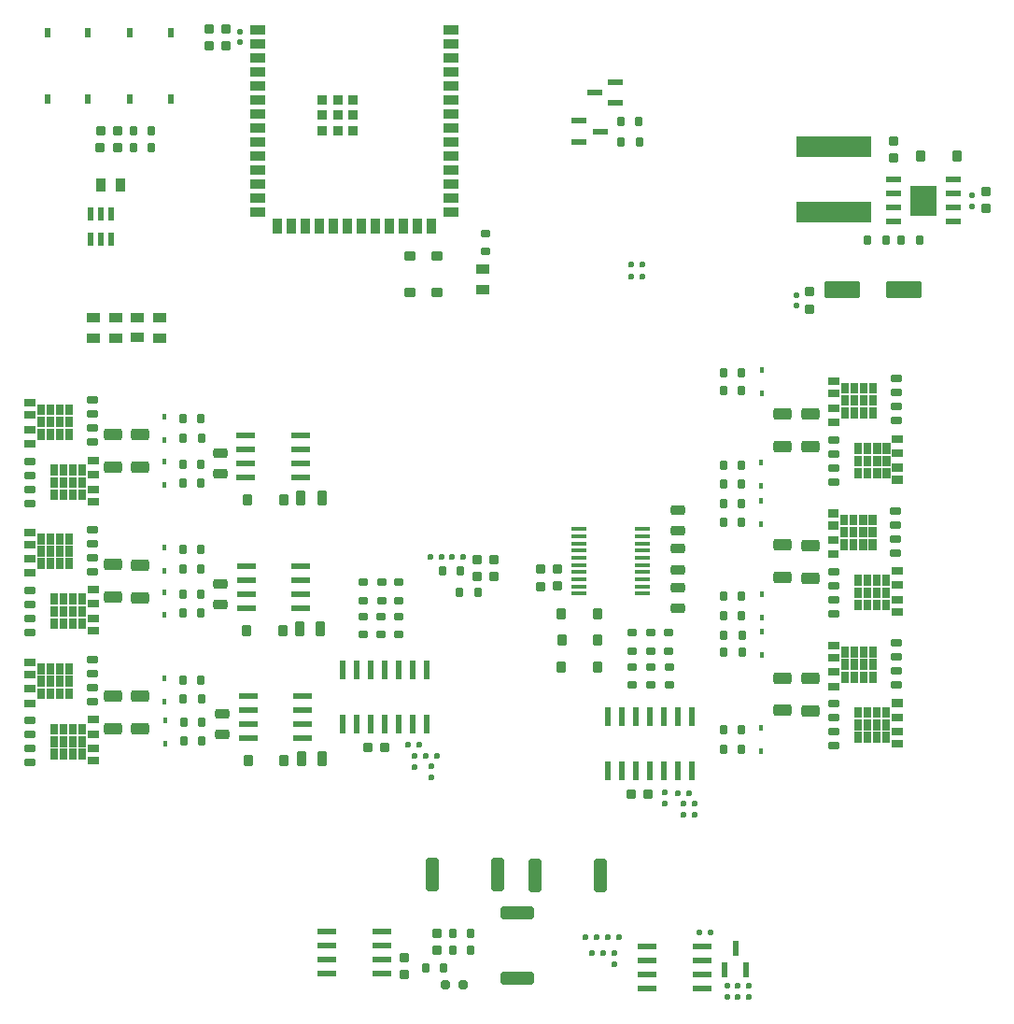
<source format=gbr>
%TF.GenerationSoftware,KiCad,Pcbnew,7.0.1*%
%TF.CreationDate,2023-07-30T21:13:22+03:00*%
%TF.ProjectId,ESP32_dual_ESC,45535033-325f-4647-9561-6c5f4553432e,rev?*%
%TF.SameCoordinates,Original*%
%TF.FileFunction,Paste,Top*%
%TF.FilePolarity,Positive*%
%FSLAX46Y46*%
G04 Gerber Fmt 4.6, Leading zero omitted, Abs format (unit mm)*
G04 Created by KiCad (PCBNEW 7.0.1) date 2023-07-30 21:13:22*
%MOMM*%
%LPD*%
G01*
G04 APERTURE LIST*
G04 Aperture macros list*
%AMRoundRect*
0 Rectangle with rounded corners*
0 $1 Rounding radius*
0 $2 $3 $4 $5 $6 $7 $8 $9 X,Y pos of 4 corners*
0 Add a 4 corners polygon primitive as box body*
4,1,4,$2,$3,$4,$5,$6,$7,$8,$9,$2,$3,0*
0 Add four circle primitives for the rounded corners*
1,1,$1+$1,$2,$3*
1,1,$1+$1,$4,$5*
1,1,$1+$1,$6,$7*
1,1,$1+$1,$8,$9*
0 Add four rect primitives between the rounded corners*
20,1,$1+$1,$2,$3,$4,$5,0*
20,1,$1+$1,$4,$5,$6,$7,0*
20,1,$1+$1,$6,$7,$8,$9,0*
20,1,$1+$1,$8,$9,$2,$3,0*%
G04 Aperture macros list end*
%ADD10C,0.001000*%
%ADD11RoundRect,0.200000X0.250000X0.452500X-0.250000X0.452500X-0.250000X-0.452500X0.250000X-0.452500X0*%
%ADD12RoundRect,0.160000X-0.200000X-0.267500X0.200000X-0.267500X0.200000X0.267500X-0.200000X0.267500X0*%
%ADD13RoundRect,0.112000X-0.167000X0.140000X-0.167000X-0.140000X0.167000X-0.140000X0.167000X0.140000X0*%
%ADD14RoundRect,0.195000X-0.435000X0.243750X-0.435000X-0.243750X0.435000X-0.243750X0.435000X0.243750X0*%
%ADD15RoundRect,0.200000X0.452500X-0.250000X0.452500X0.250000X-0.452500X0.250000X-0.452500X-0.250000X0*%
%ADD16RoundRect,0.108000X0.180000X-0.135000X0.180000X0.135000X-0.180000X0.135000X-0.180000X-0.135000X0*%
%ADD17RoundRect,0.160000X0.267500X-0.200000X0.267500X0.200000X-0.267500X0.200000X-0.267500X-0.200000X0*%
%ADD18RoundRect,0.160000X0.200000X0.267500X-0.200000X0.267500X-0.200000X-0.267500X0.200000X-0.267500X0*%
%ADD19RoundRect,0.026250X-0.637500X-0.153750X0.637500X-0.153750X0.637500X0.153750X-0.637500X0.153750X0*%
%ADD20RoundRect,0.180000X0.247500X-0.225000X0.247500X0.225000X-0.247500X0.225000X-0.247500X-0.225000X0*%
%ADD21RoundRect,0.082500X0.120000X-0.187500X0.120000X0.187500X-0.120000X0.187500X-0.120000X-0.187500X0*%
%ADD22RoundRect,0.180000X0.225000X0.360000X-0.225000X0.360000X-0.225000X-0.360000X0.225000X-0.360000X0*%
%ADD23RoundRect,0.180000X-0.247500X0.225000X-0.247500X-0.225000X0.247500X-0.225000X0.247500X0.225000X0*%
%ADD24RoundRect,0.200000X-0.452500X0.250000X-0.452500X-0.250000X0.452500X-0.250000X0.452500X0.250000X0*%
%ADD25RoundRect,0.076250X0.193750X-0.587500X0.193750X0.587500X-0.193750X0.587500X-0.193750X-0.587500X0*%
%ADD26RoundRect,0.112000X0.167000X-0.140000X0.167000X0.140000X-0.167000X0.140000X-0.167000X-0.140000X0*%
%ADD27RoundRect,0.175000X0.218750X0.252500X-0.218750X0.252500X-0.218750X-0.252500X0.218750X-0.252500X0*%
%ADD28RoundRect,0.192500X-0.617500X0.325000X-0.617500X-0.325000X0.617500X-0.325000X0.617500X0.325000X0*%
%ADD29RoundRect,0.140000X-0.377500X0.175000X-0.377500X-0.175000X0.377500X-0.175000X0.377500X0.175000X0*%
%ADD30RoundRect,0.188750X-0.362500X-1.318750X0.362500X-1.318750X0.362500X1.318750X-0.362500X1.318750X0*%
%ADD31RoundRect,0.140000X0.377500X-0.175000X0.377500X0.175000X-0.377500X0.175000X-0.377500X-0.175000X0*%
%ADD32RoundRect,0.180000X-0.225000X-0.247500X0.225000X-0.247500X0.225000X0.247500X-0.225000X0.247500X0*%
%ADD33RoundRect,0.082500X-0.120000X0.187500X-0.120000X-0.187500X0.120000X-0.187500X0.120000X0.187500X0*%
%ADD34RoundRect,0.198750X0.431250X-0.262500X0.431250X0.262500X-0.431250X0.262500X-0.431250X-0.262500X0*%
%ADD35RoundRect,0.180000X-0.225000X-0.360000X0.225000X-0.360000X0.225000X0.360000X-0.225000X0.360000X0*%
%ADD36RoundRect,0.108000X0.135000X0.180000X-0.135000X0.180000X-0.135000X-0.180000X0.135000X-0.180000X0*%
%ADD37RoundRect,0.075000X-1.500000X-0.645000X1.500000X-0.645000X1.500000X0.645000X-1.500000X0.645000X0*%
%ADD38RoundRect,0.188750X0.362500X1.318750X-0.362500X1.318750X-0.362500X-1.318750X0.362500X-1.318750X0*%
%ADD39R,1.395000X0.540000*%
%ADD40R,2.340000X2.790000*%
%ADD41RoundRect,0.108000X-0.180000X0.135000X-0.180000X-0.135000X0.180000X-0.135000X0.180000X0.135000X0*%
%ADD42R,0.630000X0.900000*%
%ADD43RoundRect,0.108000X-0.135000X-0.180000X0.135000X-0.180000X0.135000X0.180000X-0.135000X0.180000X0*%
%ADD44RoundRect,0.112000X0.140000X0.167000X-0.140000X0.167000X-0.140000X-0.167000X0.140000X-0.167000X0*%
%ADD45RoundRect,0.052500X0.825000X0.217500X-0.825000X0.217500X-0.825000X-0.217500X0.825000X-0.217500X0*%
%ADD46RoundRect,0.195000X0.435000X-0.243750X0.435000X0.243750X-0.435000X0.243750X-0.435000X-0.243750X0*%
%ADD47RoundRect,0.192500X0.617500X-0.325000X0.617500X0.325000X-0.617500X0.325000X-0.617500X-0.325000X0*%
%ADD48RoundRect,0.160000X-0.267500X0.200000X-0.267500X-0.200000X0.267500X-0.200000X0.267500X0.200000X0*%
%ADD49RoundRect,0.052500X-0.825000X-0.217500X0.825000X-0.217500X0.825000X0.217500X-0.825000X0.217500X0*%
%ADD50RoundRect,0.180000X0.225000X0.247500X-0.225000X0.247500X-0.225000X-0.247500X0.225000X-0.247500X0*%
%ADD51RoundRect,0.083750X0.186250X-0.512500X0.186250X0.512500X-0.186250X0.512500X-0.186250X-0.512500X0*%
%ADD52RoundRect,0.198750X0.262500X0.431250X-0.262500X0.431250X-0.262500X-0.431250X0.262500X-0.431250X0*%
%ADD53RoundRect,0.052500X0.217500X-0.825000X0.217500X0.825000X-0.217500X0.825000X-0.217500X-0.825000X0*%
%ADD54RoundRect,0.076250X-0.587500X-0.193750X0.587500X-0.193750X0.587500X0.193750X-0.587500X0.193750X0*%
%ADD55RoundRect,0.180000X-0.360000X0.225000X-0.360000X-0.225000X0.360000X-0.225000X0.360000X0.225000X0*%
%ADD56RoundRect,0.076250X0.587500X0.193750X-0.587500X0.193750X-0.587500X-0.193750X0.587500X-0.193750X0*%
%ADD57R,6.750000X1.980000*%
%ADD58RoundRect,0.188750X-1.318750X0.362500X-1.318750X-0.362500X1.318750X-0.362500X1.318750X0.362500X0*%
%ADD59R,1.350000X0.810000*%
%ADD60R,0.810000X1.350000*%
%ADD61R,0.810000X0.810000*%
G04 APERTURE END LIST*
D10*
%TO.C,Q8*%
X138758621Y-88455000D02*
X139658621Y-88455000D01*
X139658621Y-88455000D02*
X139658621Y-89055000D01*
X139658621Y-89055000D02*
X138758621Y-89055000D01*
X138758621Y-89055000D02*
X138758621Y-88455000D01*
G36*
X138758621Y-88455000D02*
G01*
X139658621Y-88455000D01*
X139658621Y-89055000D01*
X138758621Y-89055000D01*
X138758621Y-88455000D01*
G37*
X138508621Y-89155000D02*
X137908621Y-89155000D01*
X137908621Y-89155000D02*
X137908621Y-90055000D01*
X137908621Y-90055000D02*
X138508621Y-90055000D01*
X138508621Y-90055000D02*
X138508621Y-89155000D01*
G36*
X138508621Y-89155000D02*
G01*
X137908621Y-89155000D01*
X137908621Y-90055000D01*
X138508621Y-90055000D01*
X138508621Y-89155000D01*
G37*
X137658621Y-89155000D02*
X137058621Y-89155000D01*
X137058621Y-89155000D02*
X137058621Y-90055000D01*
X137058621Y-90055000D02*
X137658621Y-90055000D01*
X137658621Y-90055000D02*
X137658621Y-89155000D01*
G36*
X137658621Y-89155000D02*
G01*
X137058621Y-89155000D01*
X137058621Y-90055000D01*
X137658621Y-90055000D01*
X137658621Y-89155000D01*
G37*
X136808621Y-89155000D02*
X136208621Y-89155000D01*
X136208621Y-89155000D02*
X136208621Y-90055000D01*
X136208621Y-90055000D02*
X136808621Y-90055000D01*
X136808621Y-90055000D02*
X136808621Y-89155000D01*
G36*
X136808621Y-89155000D02*
G01*
X136208621Y-89155000D01*
X136208621Y-90055000D01*
X136808621Y-90055000D01*
X136808621Y-89155000D01*
G37*
X135958621Y-89155000D02*
X135358621Y-89155000D01*
X135358621Y-89155000D02*
X135358621Y-90055000D01*
X135358621Y-90055000D02*
X135958621Y-90055000D01*
X135958621Y-90055000D02*
X135958621Y-89155000D01*
G36*
X135958621Y-89155000D02*
G01*
X135358621Y-89155000D01*
X135358621Y-90055000D01*
X135958621Y-90055000D01*
X135958621Y-89155000D01*
G37*
X138758621Y-89755000D02*
X139658621Y-89755000D01*
X139658621Y-89755000D02*
X139658621Y-90355000D01*
X139658621Y-90355000D02*
X138758621Y-90355000D01*
X138758621Y-90355000D02*
X138758621Y-89755000D01*
G36*
X138758621Y-89755000D02*
G01*
X139658621Y-89755000D01*
X139658621Y-90355000D01*
X138758621Y-90355000D01*
X138758621Y-89755000D01*
G37*
X138508621Y-90305000D02*
X137908621Y-90305000D01*
X137908621Y-90305000D02*
X137908621Y-91205000D01*
X137908621Y-91205000D02*
X138508621Y-91205000D01*
X138508621Y-91205000D02*
X138508621Y-90305000D01*
G36*
X138508621Y-90305000D02*
G01*
X137908621Y-90305000D01*
X137908621Y-91205000D01*
X138508621Y-91205000D01*
X138508621Y-90305000D01*
G37*
X137658621Y-90305000D02*
X137058621Y-90305000D01*
X137058621Y-90305000D02*
X137058621Y-91205000D01*
X137058621Y-91205000D02*
X137658621Y-91205000D01*
X137658621Y-91205000D02*
X137658621Y-90305000D01*
G36*
X137658621Y-90305000D02*
G01*
X137058621Y-90305000D01*
X137058621Y-91205000D01*
X137658621Y-91205000D01*
X137658621Y-90305000D01*
G37*
X136808621Y-90305000D02*
X136208621Y-90305000D01*
X136208621Y-90305000D02*
X136208621Y-91205000D01*
X136208621Y-91205000D02*
X136808621Y-91205000D01*
X136808621Y-91205000D02*
X136808621Y-90305000D01*
G36*
X136808621Y-90305000D02*
G01*
X136208621Y-90305000D01*
X136208621Y-91205000D01*
X136808621Y-91205000D01*
X136808621Y-90305000D01*
G37*
X135958621Y-90305000D02*
X135358621Y-90305000D01*
X135358621Y-90305000D02*
X135358621Y-91205000D01*
X135358621Y-91205000D02*
X135958621Y-91205000D01*
X135958621Y-91205000D02*
X135958621Y-90305000D01*
G36*
X135958621Y-90305000D02*
G01*
X135358621Y-90305000D01*
X135358621Y-91205000D01*
X135958621Y-91205000D01*
X135958621Y-90305000D01*
G37*
X138758621Y-91055000D02*
X139658621Y-91055000D01*
X139658621Y-91055000D02*
X139658621Y-91655000D01*
X139658621Y-91655000D02*
X138758621Y-91655000D01*
X138758621Y-91655000D02*
X138758621Y-91055000D01*
G36*
X138758621Y-91055000D02*
G01*
X139658621Y-91055000D01*
X139658621Y-91655000D01*
X138758621Y-91655000D01*
X138758621Y-91055000D01*
G37*
X138508621Y-91405000D02*
X137908621Y-91405000D01*
X137908621Y-91405000D02*
X137908621Y-92305000D01*
X137908621Y-92305000D02*
X138508621Y-92305000D01*
X138508621Y-92305000D02*
X138508621Y-91405000D01*
G36*
X138508621Y-91405000D02*
G01*
X137908621Y-91405000D01*
X137908621Y-92305000D01*
X138508621Y-92305000D01*
X138508621Y-91405000D01*
G37*
X137658621Y-91405000D02*
X137058621Y-91405000D01*
X137058621Y-91405000D02*
X137058621Y-92305000D01*
X137058621Y-92305000D02*
X137658621Y-92305000D01*
X137658621Y-92305000D02*
X137658621Y-91405000D01*
G36*
X137658621Y-91405000D02*
G01*
X137058621Y-91405000D01*
X137058621Y-92305000D01*
X137658621Y-92305000D01*
X137658621Y-91405000D01*
G37*
X136808621Y-91405000D02*
X136208621Y-91405000D01*
X136208621Y-91405000D02*
X136208621Y-92305000D01*
X136208621Y-92305000D02*
X136808621Y-92305000D01*
X136808621Y-92305000D02*
X136808621Y-91405000D01*
G36*
X136808621Y-91405000D02*
G01*
X136208621Y-91405000D01*
X136208621Y-92305000D01*
X136808621Y-92305000D01*
X136808621Y-91405000D01*
G37*
X135958621Y-91405000D02*
X135358621Y-91405000D01*
X135358621Y-91405000D02*
X135358621Y-92305000D01*
X135358621Y-92305000D02*
X135958621Y-92305000D01*
X135958621Y-92305000D02*
X135958621Y-91405000D01*
G36*
X135958621Y-91405000D02*
G01*
X135358621Y-91405000D01*
X135358621Y-92305000D01*
X135958621Y-92305000D01*
X135958621Y-91405000D01*
G37*
X138758621Y-92155000D02*
X139658621Y-92155000D01*
X139658621Y-92155000D02*
X139658621Y-92755000D01*
X139658621Y-92755000D02*
X138758621Y-92755000D01*
X138758621Y-92755000D02*
X138758621Y-92155000D01*
G36*
X138758621Y-92155000D02*
G01*
X139658621Y-92155000D01*
X139658621Y-92755000D01*
X138758621Y-92755000D01*
X138758621Y-92155000D01*
G37*
%TO.C,Q6*%
X60998621Y-89505000D02*
X60098621Y-89505000D01*
X60098621Y-89505000D02*
X60098621Y-88905000D01*
X60098621Y-88905000D02*
X60998621Y-88905000D01*
X60998621Y-88905000D02*
X60998621Y-89505000D01*
G36*
X60998621Y-89505000D02*
G01*
X60098621Y-89505000D01*
X60098621Y-88905000D01*
X60998621Y-88905000D01*
X60998621Y-89505000D01*
G37*
X61248621Y-88805000D02*
X61848621Y-88805000D01*
X61848621Y-88805000D02*
X61848621Y-87905000D01*
X61848621Y-87905000D02*
X61248621Y-87905000D01*
X61248621Y-87905000D02*
X61248621Y-88805000D01*
G36*
X61248621Y-88805000D02*
G01*
X61848621Y-88805000D01*
X61848621Y-87905000D01*
X61248621Y-87905000D01*
X61248621Y-88805000D01*
G37*
X62098621Y-88805000D02*
X62698621Y-88805000D01*
X62698621Y-88805000D02*
X62698621Y-87905000D01*
X62698621Y-87905000D02*
X62098621Y-87905000D01*
X62098621Y-87905000D02*
X62098621Y-88805000D01*
G36*
X62098621Y-88805000D02*
G01*
X62698621Y-88805000D01*
X62698621Y-87905000D01*
X62098621Y-87905000D01*
X62098621Y-88805000D01*
G37*
X62948621Y-88805000D02*
X63548621Y-88805000D01*
X63548621Y-88805000D02*
X63548621Y-87905000D01*
X63548621Y-87905000D02*
X62948621Y-87905000D01*
X62948621Y-87905000D02*
X62948621Y-88805000D01*
G36*
X62948621Y-88805000D02*
G01*
X63548621Y-88805000D01*
X63548621Y-87905000D01*
X62948621Y-87905000D01*
X62948621Y-88805000D01*
G37*
X63798621Y-88805000D02*
X64398621Y-88805000D01*
X64398621Y-88805000D02*
X64398621Y-87905000D01*
X64398621Y-87905000D02*
X63798621Y-87905000D01*
X63798621Y-87905000D02*
X63798621Y-88805000D01*
G36*
X63798621Y-88805000D02*
G01*
X64398621Y-88805000D01*
X64398621Y-87905000D01*
X63798621Y-87905000D01*
X63798621Y-88805000D01*
G37*
X60998621Y-88205000D02*
X60098621Y-88205000D01*
X60098621Y-88205000D02*
X60098621Y-87605000D01*
X60098621Y-87605000D02*
X60998621Y-87605000D01*
X60998621Y-87605000D02*
X60998621Y-88205000D01*
G36*
X60998621Y-88205000D02*
G01*
X60098621Y-88205000D01*
X60098621Y-87605000D01*
X60998621Y-87605000D01*
X60998621Y-88205000D01*
G37*
X61248621Y-87655000D02*
X61848621Y-87655000D01*
X61848621Y-87655000D02*
X61848621Y-86755000D01*
X61848621Y-86755000D02*
X61248621Y-86755000D01*
X61248621Y-86755000D02*
X61248621Y-87655000D01*
G36*
X61248621Y-87655000D02*
G01*
X61848621Y-87655000D01*
X61848621Y-86755000D01*
X61248621Y-86755000D01*
X61248621Y-87655000D01*
G37*
X62098621Y-87655000D02*
X62698621Y-87655000D01*
X62698621Y-87655000D02*
X62698621Y-86755000D01*
X62698621Y-86755000D02*
X62098621Y-86755000D01*
X62098621Y-86755000D02*
X62098621Y-87655000D01*
G36*
X62098621Y-87655000D02*
G01*
X62698621Y-87655000D01*
X62698621Y-86755000D01*
X62098621Y-86755000D01*
X62098621Y-87655000D01*
G37*
X62948621Y-87655000D02*
X63548621Y-87655000D01*
X63548621Y-87655000D02*
X63548621Y-86755000D01*
X63548621Y-86755000D02*
X62948621Y-86755000D01*
X62948621Y-86755000D02*
X62948621Y-87655000D01*
G36*
X62948621Y-87655000D02*
G01*
X63548621Y-87655000D01*
X63548621Y-86755000D01*
X62948621Y-86755000D01*
X62948621Y-87655000D01*
G37*
X63798621Y-87655000D02*
X64398621Y-87655000D01*
X64398621Y-87655000D02*
X64398621Y-86755000D01*
X64398621Y-86755000D02*
X63798621Y-86755000D01*
X63798621Y-86755000D02*
X63798621Y-87655000D01*
G36*
X63798621Y-87655000D02*
G01*
X64398621Y-87655000D01*
X64398621Y-86755000D01*
X63798621Y-86755000D01*
X63798621Y-87655000D01*
G37*
X60998621Y-86905000D02*
X60098621Y-86905000D01*
X60098621Y-86905000D02*
X60098621Y-86305000D01*
X60098621Y-86305000D02*
X60998621Y-86305000D01*
X60998621Y-86305000D02*
X60998621Y-86905000D01*
G36*
X60998621Y-86905000D02*
G01*
X60098621Y-86905000D01*
X60098621Y-86305000D01*
X60998621Y-86305000D01*
X60998621Y-86905000D01*
G37*
X61248621Y-86555000D02*
X61848621Y-86555000D01*
X61848621Y-86555000D02*
X61848621Y-85655000D01*
X61848621Y-85655000D02*
X61248621Y-85655000D01*
X61248621Y-85655000D02*
X61248621Y-86555000D01*
G36*
X61248621Y-86555000D02*
G01*
X61848621Y-86555000D01*
X61848621Y-85655000D01*
X61248621Y-85655000D01*
X61248621Y-86555000D01*
G37*
X62098621Y-86555000D02*
X62698621Y-86555000D01*
X62698621Y-86555000D02*
X62698621Y-85655000D01*
X62698621Y-85655000D02*
X62098621Y-85655000D01*
X62098621Y-85655000D02*
X62098621Y-86555000D01*
G36*
X62098621Y-86555000D02*
G01*
X62698621Y-86555000D01*
X62698621Y-85655000D01*
X62098621Y-85655000D01*
X62098621Y-86555000D01*
G37*
X62948621Y-86555000D02*
X63548621Y-86555000D01*
X63548621Y-86555000D02*
X63548621Y-85655000D01*
X63548621Y-85655000D02*
X62948621Y-85655000D01*
X62948621Y-85655000D02*
X62948621Y-86555000D01*
G36*
X62948621Y-86555000D02*
G01*
X63548621Y-86555000D01*
X63548621Y-85655000D01*
X62948621Y-85655000D01*
X62948621Y-86555000D01*
G37*
X63798621Y-86555000D02*
X64398621Y-86555000D01*
X64398621Y-86555000D02*
X64398621Y-85655000D01*
X64398621Y-85655000D02*
X63798621Y-85655000D01*
X63798621Y-85655000D02*
X63798621Y-86555000D01*
G36*
X63798621Y-86555000D02*
G01*
X64398621Y-86555000D01*
X64398621Y-85655000D01*
X63798621Y-85655000D01*
X63798621Y-86555000D01*
G37*
X60998621Y-85805000D02*
X60098621Y-85805000D01*
X60098621Y-85805000D02*
X60098621Y-85205000D01*
X60098621Y-85205000D02*
X60998621Y-85205000D01*
X60998621Y-85205000D02*
X60998621Y-85805000D01*
G36*
X60998621Y-85805000D02*
G01*
X60098621Y-85805000D01*
X60098621Y-85205000D01*
X60998621Y-85205000D01*
X60998621Y-85805000D01*
G37*
%TO.C,Q1*%
X65818621Y-113905000D02*
X66718621Y-113905000D01*
X66718621Y-113905000D02*
X66718621Y-114505000D01*
X66718621Y-114505000D02*
X65818621Y-114505000D01*
X65818621Y-114505000D02*
X65818621Y-113905000D01*
G36*
X65818621Y-113905000D02*
G01*
X66718621Y-113905000D01*
X66718621Y-114505000D01*
X65818621Y-114505000D01*
X65818621Y-113905000D01*
G37*
X65568621Y-114605000D02*
X64968621Y-114605000D01*
X64968621Y-114605000D02*
X64968621Y-115505000D01*
X64968621Y-115505000D02*
X65568621Y-115505000D01*
X65568621Y-115505000D02*
X65568621Y-114605000D01*
G36*
X65568621Y-114605000D02*
G01*
X64968621Y-114605000D01*
X64968621Y-115505000D01*
X65568621Y-115505000D01*
X65568621Y-114605000D01*
G37*
X64718621Y-114605000D02*
X64118621Y-114605000D01*
X64118621Y-114605000D02*
X64118621Y-115505000D01*
X64118621Y-115505000D02*
X64718621Y-115505000D01*
X64718621Y-115505000D02*
X64718621Y-114605000D01*
G36*
X64718621Y-114605000D02*
G01*
X64118621Y-114605000D01*
X64118621Y-115505000D01*
X64718621Y-115505000D01*
X64718621Y-114605000D01*
G37*
X63868621Y-114605000D02*
X63268621Y-114605000D01*
X63268621Y-114605000D02*
X63268621Y-115505000D01*
X63268621Y-115505000D02*
X63868621Y-115505000D01*
X63868621Y-115505000D02*
X63868621Y-114605000D01*
G36*
X63868621Y-114605000D02*
G01*
X63268621Y-114605000D01*
X63268621Y-115505000D01*
X63868621Y-115505000D01*
X63868621Y-114605000D01*
G37*
X63018621Y-114605000D02*
X62418621Y-114605000D01*
X62418621Y-114605000D02*
X62418621Y-115505000D01*
X62418621Y-115505000D02*
X63018621Y-115505000D01*
X63018621Y-115505000D02*
X63018621Y-114605000D01*
G36*
X63018621Y-114605000D02*
G01*
X62418621Y-114605000D01*
X62418621Y-115505000D01*
X63018621Y-115505000D01*
X63018621Y-114605000D01*
G37*
X65818621Y-115205000D02*
X66718621Y-115205000D01*
X66718621Y-115205000D02*
X66718621Y-115805000D01*
X66718621Y-115805000D02*
X65818621Y-115805000D01*
X65818621Y-115805000D02*
X65818621Y-115205000D01*
G36*
X65818621Y-115205000D02*
G01*
X66718621Y-115205000D01*
X66718621Y-115805000D01*
X65818621Y-115805000D01*
X65818621Y-115205000D01*
G37*
X65568621Y-115755000D02*
X64968621Y-115755000D01*
X64968621Y-115755000D02*
X64968621Y-116655000D01*
X64968621Y-116655000D02*
X65568621Y-116655000D01*
X65568621Y-116655000D02*
X65568621Y-115755000D01*
G36*
X65568621Y-115755000D02*
G01*
X64968621Y-115755000D01*
X64968621Y-116655000D01*
X65568621Y-116655000D01*
X65568621Y-115755000D01*
G37*
X64718621Y-115755000D02*
X64118621Y-115755000D01*
X64118621Y-115755000D02*
X64118621Y-116655000D01*
X64118621Y-116655000D02*
X64718621Y-116655000D01*
X64718621Y-116655000D02*
X64718621Y-115755000D01*
G36*
X64718621Y-115755000D02*
G01*
X64118621Y-115755000D01*
X64118621Y-116655000D01*
X64718621Y-116655000D01*
X64718621Y-115755000D01*
G37*
X63868621Y-115755000D02*
X63268621Y-115755000D01*
X63268621Y-115755000D02*
X63268621Y-116655000D01*
X63268621Y-116655000D02*
X63868621Y-116655000D01*
X63868621Y-116655000D02*
X63868621Y-115755000D01*
G36*
X63868621Y-115755000D02*
G01*
X63268621Y-115755000D01*
X63268621Y-116655000D01*
X63868621Y-116655000D01*
X63868621Y-115755000D01*
G37*
X63018621Y-115755000D02*
X62418621Y-115755000D01*
X62418621Y-115755000D02*
X62418621Y-116655000D01*
X62418621Y-116655000D02*
X63018621Y-116655000D01*
X63018621Y-116655000D02*
X63018621Y-115755000D01*
G36*
X63018621Y-115755000D02*
G01*
X62418621Y-115755000D01*
X62418621Y-116655000D01*
X63018621Y-116655000D01*
X63018621Y-115755000D01*
G37*
X65818621Y-116505000D02*
X66718621Y-116505000D01*
X66718621Y-116505000D02*
X66718621Y-117105000D01*
X66718621Y-117105000D02*
X65818621Y-117105000D01*
X65818621Y-117105000D02*
X65818621Y-116505000D01*
G36*
X65818621Y-116505000D02*
G01*
X66718621Y-116505000D01*
X66718621Y-117105000D01*
X65818621Y-117105000D01*
X65818621Y-116505000D01*
G37*
X65568621Y-116855000D02*
X64968621Y-116855000D01*
X64968621Y-116855000D02*
X64968621Y-117755000D01*
X64968621Y-117755000D02*
X65568621Y-117755000D01*
X65568621Y-117755000D02*
X65568621Y-116855000D01*
G36*
X65568621Y-116855000D02*
G01*
X64968621Y-116855000D01*
X64968621Y-117755000D01*
X65568621Y-117755000D01*
X65568621Y-116855000D01*
G37*
X64718621Y-116855000D02*
X64118621Y-116855000D01*
X64118621Y-116855000D02*
X64118621Y-117755000D01*
X64118621Y-117755000D02*
X64718621Y-117755000D01*
X64718621Y-117755000D02*
X64718621Y-116855000D01*
G36*
X64718621Y-116855000D02*
G01*
X64118621Y-116855000D01*
X64118621Y-117755000D01*
X64718621Y-117755000D01*
X64718621Y-116855000D01*
G37*
X63868621Y-116855000D02*
X63268621Y-116855000D01*
X63268621Y-116855000D02*
X63268621Y-117755000D01*
X63268621Y-117755000D02*
X63868621Y-117755000D01*
X63868621Y-117755000D02*
X63868621Y-116855000D01*
G36*
X63868621Y-116855000D02*
G01*
X63268621Y-116855000D01*
X63268621Y-117755000D01*
X63868621Y-117755000D01*
X63868621Y-116855000D01*
G37*
X63018621Y-116855000D02*
X62418621Y-116855000D01*
X62418621Y-116855000D02*
X62418621Y-117755000D01*
X62418621Y-117755000D02*
X63018621Y-117755000D01*
X63018621Y-117755000D02*
X63018621Y-116855000D01*
G36*
X63018621Y-116855000D02*
G01*
X62418621Y-116855000D01*
X62418621Y-117755000D01*
X63018621Y-117755000D01*
X63018621Y-116855000D01*
G37*
X65818621Y-117605000D02*
X66718621Y-117605000D01*
X66718621Y-117605000D02*
X66718621Y-118205000D01*
X66718621Y-118205000D02*
X65818621Y-118205000D01*
X65818621Y-118205000D02*
X65818621Y-117605000D01*
G36*
X65818621Y-117605000D02*
G01*
X66718621Y-117605000D01*
X66718621Y-118205000D01*
X65818621Y-118205000D01*
X65818621Y-117605000D01*
G37*
%TO.C,Q5*%
X65818621Y-90405000D02*
X66718621Y-90405000D01*
X66718621Y-90405000D02*
X66718621Y-91005000D01*
X66718621Y-91005000D02*
X65818621Y-91005000D01*
X65818621Y-91005000D02*
X65818621Y-90405000D01*
G36*
X65818621Y-90405000D02*
G01*
X66718621Y-90405000D01*
X66718621Y-91005000D01*
X65818621Y-91005000D01*
X65818621Y-90405000D01*
G37*
X65568621Y-91105000D02*
X64968621Y-91105000D01*
X64968621Y-91105000D02*
X64968621Y-92005000D01*
X64968621Y-92005000D02*
X65568621Y-92005000D01*
X65568621Y-92005000D02*
X65568621Y-91105000D01*
G36*
X65568621Y-91105000D02*
G01*
X64968621Y-91105000D01*
X64968621Y-92005000D01*
X65568621Y-92005000D01*
X65568621Y-91105000D01*
G37*
X64718621Y-91105000D02*
X64118621Y-91105000D01*
X64118621Y-91105000D02*
X64118621Y-92005000D01*
X64118621Y-92005000D02*
X64718621Y-92005000D01*
X64718621Y-92005000D02*
X64718621Y-91105000D01*
G36*
X64718621Y-91105000D02*
G01*
X64118621Y-91105000D01*
X64118621Y-92005000D01*
X64718621Y-92005000D01*
X64718621Y-91105000D01*
G37*
X63868621Y-91105000D02*
X63268621Y-91105000D01*
X63268621Y-91105000D02*
X63268621Y-92005000D01*
X63268621Y-92005000D02*
X63868621Y-92005000D01*
X63868621Y-92005000D02*
X63868621Y-91105000D01*
G36*
X63868621Y-91105000D02*
G01*
X63268621Y-91105000D01*
X63268621Y-92005000D01*
X63868621Y-92005000D01*
X63868621Y-91105000D01*
G37*
X63018621Y-91105000D02*
X62418621Y-91105000D01*
X62418621Y-91105000D02*
X62418621Y-92005000D01*
X62418621Y-92005000D02*
X63018621Y-92005000D01*
X63018621Y-92005000D02*
X63018621Y-91105000D01*
G36*
X63018621Y-91105000D02*
G01*
X62418621Y-91105000D01*
X62418621Y-92005000D01*
X63018621Y-92005000D01*
X63018621Y-91105000D01*
G37*
X65818621Y-91705000D02*
X66718621Y-91705000D01*
X66718621Y-91705000D02*
X66718621Y-92305000D01*
X66718621Y-92305000D02*
X65818621Y-92305000D01*
X65818621Y-92305000D02*
X65818621Y-91705000D01*
G36*
X65818621Y-91705000D02*
G01*
X66718621Y-91705000D01*
X66718621Y-92305000D01*
X65818621Y-92305000D01*
X65818621Y-91705000D01*
G37*
X65568621Y-92255000D02*
X64968621Y-92255000D01*
X64968621Y-92255000D02*
X64968621Y-93155000D01*
X64968621Y-93155000D02*
X65568621Y-93155000D01*
X65568621Y-93155000D02*
X65568621Y-92255000D01*
G36*
X65568621Y-92255000D02*
G01*
X64968621Y-92255000D01*
X64968621Y-93155000D01*
X65568621Y-93155000D01*
X65568621Y-92255000D01*
G37*
X64718621Y-92255000D02*
X64118621Y-92255000D01*
X64118621Y-92255000D02*
X64118621Y-93155000D01*
X64118621Y-93155000D02*
X64718621Y-93155000D01*
X64718621Y-93155000D02*
X64718621Y-92255000D01*
G36*
X64718621Y-92255000D02*
G01*
X64118621Y-92255000D01*
X64118621Y-93155000D01*
X64718621Y-93155000D01*
X64718621Y-92255000D01*
G37*
X63868621Y-92255000D02*
X63268621Y-92255000D01*
X63268621Y-92255000D02*
X63268621Y-93155000D01*
X63268621Y-93155000D02*
X63868621Y-93155000D01*
X63868621Y-93155000D02*
X63868621Y-92255000D01*
G36*
X63868621Y-92255000D02*
G01*
X63268621Y-92255000D01*
X63268621Y-93155000D01*
X63868621Y-93155000D01*
X63868621Y-92255000D01*
G37*
X63018621Y-92255000D02*
X62418621Y-92255000D01*
X62418621Y-92255000D02*
X62418621Y-93155000D01*
X62418621Y-93155000D02*
X63018621Y-93155000D01*
X63018621Y-93155000D02*
X63018621Y-92255000D01*
G36*
X63018621Y-92255000D02*
G01*
X62418621Y-92255000D01*
X62418621Y-93155000D01*
X63018621Y-93155000D01*
X63018621Y-92255000D01*
G37*
X65818621Y-93005000D02*
X66718621Y-93005000D01*
X66718621Y-93005000D02*
X66718621Y-93605000D01*
X66718621Y-93605000D02*
X65818621Y-93605000D01*
X65818621Y-93605000D02*
X65818621Y-93005000D01*
G36*
X65818621Y-93005000D02*
G01*
X66718621Y-93005000D01*
X66718621Y-93605000D01*
X65818621Y-93605000D01*
X65818621Y-93005000D01*
G37*
X65568621Y-93355000D02*
X64968621Y-93355000D01*
X64968621Y-93355000D02*
X64968621Y-94255000D01*
X64968621Y-94255000D02*
X65568621Y-94255000D01*
X65568621Y-94255000D02*
X65568621Y-93355000D01*
G36*
X65568621Y-93355000D02*
G01*
X64968621Y-93355000D01*
X64968621Y-94255000D01*
X65568621Y-94255000D01*
X65568621Y-93355000D01*
G37*
X64718621Y-93355000D02*
X64118621Y-93355000D01*
X64118621Y-93355000D02*
X64118621Y-94255000D01*
X64118621Y-94255000D02*
X64718621Y-94255000D01*
X64718621Y-94255000D02*
X64718621Y-93355000D01*
G36*
X64718621Y-93355000D02*
G01*
X64118621Y-93355000D01*
X64118621Y-94255000D01*
X64718621Y-94255000D01*
X64718621Y-93355000D01*
G37*
X63868621Y-93355000D02*
X63268621Y-93355000D01*
X63268621Y-93355000D02*
X63268621Y-94255000D01*
X63268621Y-94255000D02*
X63868621Y-94255000D01*
X63868621Y-94255000D02*
X63868621Y-93355000D01*
G36*
X63868621Y-93355000D02*
G01*
X63268621Y-93355000D01*
X63268621Y-94255000D01*
X63868621Y-94255000D01*
X63868621Y-93355000D01*
G37*
X63018621Y-93355000D02*
X62418621Y-93355000D01*
X62418621Y-93355000D02*
X62418621Y-94255000D01*
X62418621Y-94255000D02*
X63018621Y-94255000D01*
X63018621Y-94255000D02*
X63018621Y-93355000D01*
G36*
X63018621Y-93355000D02*
G01*
X62418621Y-93355000D01*
X62418621Y-94255000D01*
X63018621Y-94255000D01*
X63018621Y-93355000D01*
G37*
X65818621Y-94105000D02*
X66718621Y-94105000D01*
X66718621Y-94105000D02*
X66718621Y-94705000D01*
X66718621Y-94705000D02*
X65818621Y-94705000D01*
X65818621Y-94705000D02*
X65818621Y-94105000D01*
G36*
X65818621Y-94105000D02*
G01*
X66718621Y-94105000D01*
X66718621Y-94705000D01*
X65818621Y-94705000D01*
X65818621Y-94105000D01*
G37*
%TO.C,Q2*%
X60998621Y-113005000D02*
X60098621Y-113005000D01*
X60098621Y-113005000D02*
X60098621Y-112405000D01*
X60098621Y-112405000D02*
X60998621Y-112405000D01*
X60998621Y-112405000D02*
X60998621Y-113005000D01*
G36*
X60998621Y-113005000D02*
G01*
X60098621Y-113005000D01*
X60098621Y-112405000D01*
X60998621Y-112405000D01*
X60998621Y-113005000D01*
G37*
X61248621Y-112305000D02*
X61848621Y-112305000D01*
X61848621Y-112305000D02*
X61848621Y-111405000D01*
X61848621Y-111405000D02*
X61248621Y-111405000D01*
X61248621Y-111405000D02*
X61248621Y-112305000D01*
G36*
X61248621Y-112305000D02*
G01*
X61848621Y-112305000D01*
X61848621Y-111405000D01*
X61248621Y-111405000D01*
X61248621Y-112305000D01*
G37*
X62098621Y-112305000D02*
X62698621Y-112305000D01*
X62698621Y-112305000D02*
X62698621Y-111405000D01*
X62698621Y-111405000D02*
X62098621Y-111405000D01*
X62098621Y-111405000D02*
X62098621Y-112305000D01*
G36*
X62098621Y-112305000D02*
G01*
X62698621Y-112305000D01*
X62698621Y-111405000D01*
X62098621Y-111405000D01*
X62098621Y-112305000D01*
G37*
X62948621Y-112305000D02*
X63548621Y-112305000D01*
X63548621Y-112305000D02*
X63548621Y-111405000D01*
X63548621Y-111405000D02*
X62948621Y-111405000D01*
X62948621Y-111405000D02*
X62948621Y-112305000D01*
G36*
X62948621Y-112305000D02*
G01*
X63548621Y-112305000D01*
X63548621Y-111405000D01*
X62948621Y-111405000D01*
X62948621Y-112305000D01*
G37*
X63798621Y-112305000D02*
X64398621Y-112305000D01*
X64398621Y-112305000D02*
X64398621Y-111405000D01*
X64398621Y-111405000D02*
X63798621Y-111405000D01*
X63798621Y-111405000D02*
X63798621Y-112305000D01*
G36*
X63798621Y-112305000D02*
G01*
X64398621Y-112305000D01*
X64398621Y-111405000D01*
X63798621Y-111405000D01*
X63798621Y-112305000D01*
G37*
X60998621Y-111705000D02*
X60098621Y-111705000D01*
X60098621Y-111705000D02*
X60098621Y-111105000D01*
X60098621Y-111105000D02*
X60998621Y-111105000D01*
X60998621Y-111105000D02*
X60998621Y-111705000D01*
G36*
X60998621Y-111705000D02*
G01*
X60098621Y-111705000D01*
X60098621Y-111105000D01*
X60998621Y-111105000D01*
X60998621Y-111705000D01*
G37*
X61248621Y-111155000D02*
X61848621Y-111155000D01*
X61848621Y-111155000D02*
X61848621Y-110255000D01*
X61848621Y-110255000D02*
X61248621Y-110255000D01*
X61248621Y-110255000D02*
X61248621Y-111155000D01*
G36*
X61248621Y-111155000D02*
G01*
X61848621Y-111155000D01*
X61848621Y-110255000D01*
X61248621Y-110255000D01*
X61248621Y-111155000D01*
G37*
X62098621Y-111155000D02*
X62698621Y-111155000D01*
X62698621Y-111155000D02*
X62698621Y-110255000D01*
X62698621Y-110255000D02*
X62098621Y-110255000D01*
X62098621Y-110255000D02*
X62098621Y-111155000D01*
G36*
X62098621Y-111155000D02*
G01*
X62698621Y-111155000D01*
X62698621Y-110255000D01*
X62098621Y-110255000D01*
X62098621Y-111155000D01*
G37*
X62948621Y-111155000D02*
X63548621Y-111155000D01*
X63548621Y-111155000D02*
X63548621Y-110255000D01*
X63548621Y-110255000D02*
X62948621Y-110255000D01*
X62948621Y-110255000D02*
X62948621Y-111155000D01*
G36*
X62948621Y-111155000D02*
G01*
X63548621Y-111155000D01*
X63548621Y-110255000D01*
X62948621Y-110255000D01*
X62948621Y-111155000D01*
G37*
X63798621Y-111155000D02*
X64398621Y-111155000D01*
X64398621Y-111155000D02*
X64398621Y-110255000D01*
X64398621Y-110255000D02*
X63798621Y-110255000D01*
X63798621Y-110255000D02*
X63798621Y-111155000D01*
G36*
X63798621Y-111155000D02*
G01*
X64398621Y-111155000D01*
X64398621Y-110255000D01*
X63798621Y-110255000D01*
X63798621Y-111155000D01*
G37*
X60998621Y-110405000D02*
X60098621Y-110405000D01*
X60098621Y-110405000D02*
X60098621Y-109805000D01*
X60098621Y-109805000D02*
X60998621Y-109805000D01*
X60998621Y-109805000D02*
X60998621Y-110405000D01*
G36*
X60998621Y-110405000D02*
G01*
X60098621Y-110405000D01*
X60098621Y-109805000D01*
X60998621Y-109805000D01*
X60998621Y-110405000D01*
G37*
X61248621Y-110055000D02*
X61848621Y-110055000D01*
X61848621Y-110055000D02*
X61848621Y-109155000D01*
X61848621Y-109155000D02*
X61248621Y-109155000D01*
X61248621Y-109155000D02*
X61248621Y-110055000D01*
G36*
X61248621Y-110055000D02*
G01*
X61848621Y-110055000D01*
X61848621Y-109155000D01*
X61248621Y-109155000D01*
X61248621Y-110055000D01*
G37*
X62098621Y-110055000D02*
X62698621Y-110055000D01*
X62698621Y-110055000D02*
X62698621Y-109155000D01*
X62698621Y-109155000D02*
X62098621Y-109155000D01*
X62098621Y-109155000D02*
X62098621Y-110055000D01*
G36*
X62098621Y-110055000D02*
G01*
X62698621Y-110055000D01*
X62698621Y-109155000D01*
X62098621Y-109155000D01*
X62098621Y-110055000D01*
G37*
X62948621Y-110055000D02*
X63548621Y-110055000D01*
X63548621Y-110055000D02*
X63548621Y-109155000D01*
X63548621Y-109155000D02*
X62948621Y-109155000D01*
X62948621Y-109155000D02*
X62948621Y-110055000D01*
G36*
X62948621Y-110055000D02*
G01*
X63548621Y-110055000D01*
X63548621Y-109155000D01*
X62948621Y-109155000D01*
X62948621Y-110055000D01*
G37*
X63798621Y-110055000D02*
X64398621Y-110055000D01*
X64398621Y-110055000D02*
X64398621Y-109155000D01*
X64398621Y-109155000D02*
X63798621Y-109155000D01*
X63798621Y-109155000D02*
X63798621Y-110055000D01*
G36*
X63798621Y-110055000D02*
G01*
X64398621Y-110055000D01*
X64398621Y-109155000D01*
X63798621Y-109155000D01*
X63798621Y-110055000D01*
G37*
X60998621Y-109305000D02*
X60098621Y-109305000D01*
X60098621Y-109305000D02*
X60098621Y-108705000D01*
X60098621Y-108705000D02*
X60998621Y-108705000D01*
X60998621Y-108705000D02*
X60998621Y-109305000D01*
G36*
X60998621Y-109305000D02*
G01*
X60098621Y-109305000D01*
X60098621Y-108705000D01*
X60998621Y-108705000D01*
X60998621Y-109305000D01*
G37*
%TO.C,Q7*%
X133888621Y-87555000D02*
X132988621Y-87555000D01*
X132988621Y-87555000D02*
X132988621Y-86955000D01*
X132988621Y-86955000D02*
X133888621Y-86955000D01*
X133888621Y-86955000D02*
X133888621Y-87555000D01*
G36*
X133888621Y-87555000D02*
G01*
X132988621Y-87555000D01*
X132988621Y-86955000D01*
X133888621Y-86955000D01*
X133888621Y-87555000D01*
G37*
X134138621Y-86855000D02*
X134738621Y-86855000D01*
X134738621Y-86855000D02*
X134738621Y-85955000D01*
X134738621Y-85955000D02*
X134138621Y-85955000D01*
X134138621Y-85955000D02*
X134138621Y-86855000D01*
G36*
X134138621Y-86855000D02*
G01*
X134738621Y-86855000D01*
X134738621Y-85955000D01*
X134138621Y-85955000D01*
X134138621Y-86855000D01*
G37*
X134988621Y-86855000D02*
X135588621Y-86855000D01*
X135588621Y-86855000D02*
X135588621Y-85955000D01*
X135588621Y-85955000D02*
X134988621Y-85955000D01*
X134988621Y-85955000D02*
X134988621Y-86855000D01*
G36*
X134988621Y-86855000D02*
G01*
X135588621Y-86855000D01*
X135588621Y-85955000D01*
X134988621Y-85955000D01*
X134988621Y-86855000D01*
G37*
X135838621Y-86855000D02*
X136438621Y-86855000D01*
X136438621Y-86855000D02*
X136438621Y-85955000D01*
X136438621Y-85955000D02*
X135838621Y-85955000D01*
X135838621Y-85955000D02*
X135838621Y-86855000D01*
G36*
X135838621Y-86855000D02*
G01*
X136438621Y-86855000D01*
X136438621Y-85955000D01*
X135838621Y-85955000D01*
X135838621Y-86855000D01*
G37*
X136688621Y-86855000D02*
X137288621Y-86855000D01*
X137288621Y-86855000D02*
X137288621Y-85955000D01*
X137288621Y-85955000D02*
X136688621Y-85955000D01*
X136688621Y-85955000D02*
X136688621Y-86855000D01*
G36*
X136688621Y-86855000D02*
G01*
X137288621Y-86855000D01*
X137288621Y-85955000D01*
X136688621Y-85955000D01*
X136688621Y-86855000D01*
G37*
X133888621Y-86255000D02*
X132988621Y-86255000D01*
X132988621Y-86255000D02*
X132988621Y-85655000D01*
X132988621Y-85655000D02*
X133888621Y-85655000D01*
X133888621Y-85655000D02*
X133888621Y-86255000D01*
G36*
X133888621Y-86255000D02*
G01*
X132988621Y-86255000D01*
X132988621Y-85655000D01*
X133888621Y-85655000D01*
X133888621Y-86255000D01*
G37*
X134138621Y-85705000D02*
X134738621Y-85705000D01*
X134738621Y-85705000D02*
X134738621Y-84805000D01*
X134738621Y-84805000D02*
X134138621Y-84805000D01*
X134138621Y-84805000D02*
X134138621Y-85705000D01*
G36*
X134138621Y-85705000D02*
G01*
X134738621Y-85705000D01*
X134738621Y-84805000D01*
X134138621Y-84805000D01*
X134138621Y-85705000D01*
G37*
X134988621Y-85705000D02*
X135588621Y-85705000D01*
X135588621Y-85705000D02*
X135588621Y-84805000D01*
X135588621Y-84805000D02*
X134988621Y-84805000D01*
X134988621Y-84805000D02*
X134988621Y-85705000D01*
G36*
X134988621Y-85705000D02*
G01*
X135588621Y-85705000D01*
X135588621Y-84805000D01*
X134988621Y-84805000D01*
X134988621Y-85705000D01*
G37*
X135838621Y-85705000D02*
X136438621Y-85705000D01*
X136438621Y-85705000D02*
X136438621Y-84805000D01*
X136438621Y-84805000D02*
X135838621Y-84805000D01*
X135838621Y-84805000D02*
X135838621Y-85705000D01*
G36*
X135838621Y-85705000D02*
G01*
X136438621Y-85705000D01*
X136438621Y-84805000D01*
X135838621Y-84805000D01*
X135838621Y-85705000D01*
G37*
X136688621Y-85705000D02*
X137288621Y-85705000D01*
X137288621Y-85705000D02*
X137288621Y-84805000D01*
X137288621Y-84805000D02*
X136688621Y-84805000D01*
X136688621Y-84805000D02*
X136688621Y-85705000D01*
G36*
X136688621Y-85705000D02*
G01*
X137288621Y-85705000D01*
X137288621Y-84805000D01*
X136688621Y-84805000D01*
X136688621Y-85705000D01*
G37*
X133888621Y-84955000D02*
X132988621Y-84955000D01*
X132988621Y-84955000D02*
X132988621Y-84355000D01*
X132988621Y-84355000D02*
X133888621Y-84355000D01*
X133888621Y-84355000D02*
X133888621Y-84955000D01*
G36*
X133888621Y-84955000D02*
G01*
X132988621Y-84955000D01*
X132988621Y-84355000D01*
X133888621Y-84355000D01*
X133888621Y-84955000D01*
G37*
X134138621Y-84605000D02*
X134738621Y-84605000D01*
X134738621Y-84605000D02*
X134738621Y-83705000D01*
X134738621Y-83705000D02*
X134138621Y-83705000D01*
X134138621Y-83705000D02*
X134138621Y-84605000D01*
G36*
X134138621Y-84605000D02*
G01*
X134738621Y-84605000D01*
X134738621Y-83705000D01*
X134138621Y-83705000D01*
X134138621Y-84605000D01*
G37*
X134988621Y-84605000D02*
X135588621Y-84605000D01*
X135588621Y-84605000D02*
X135588621Y-83705000D01*
X135588621Y-83705000D02*
X134988621Y-83705000D01*
X134988621Y-83705000D02*
X134988621Y-84605000D01*
G36*
X134988621Y-84605000D02*
G01*
X135588621Y-84605000D01*
X135588621Y-83705000D01*
X134988621Y-83705000D01*
X134988621Y-84605000D01*
G37*
X135838621Y-84605000D02*
X136438621Y-84605000D01*
X136438621Y-84605000D02*
X136438621Y-83705000D01*
X136438621Y-83705000D02*
X135838621Y-83705000D01*
X135838621Y-83705000D02*
X135838621Y-84605000D01*
G36*
X135838621Y-84605000D02*
G01*
X136438621Y-84605000D01*
X136438621Y-83705000D01*
X135838621Y-83705000D01*
X135838621Y-84605000D01*
G37*
X136688621Y-84605000D02*
X137288621Y-84605000D01*
X137288621Y-84605000D02*
X137288621Y-83705000D01*
X137288621Y-83705000D02*
X136688621Y-83705000D01*
X136688621Y-83705000D02*
X136688621Y-84605000D01*
G36*
X136688621Y-84605000D02*
G01*
X137288621Y-84605000D01*
X137288621Y-83705000D01*
X136688621Y-83705000D01*
X136688621Y-84605000D01*
G37*
X133888621Y-83855000D02*
X132988621Y-83855000D01*
X132988621Y-83855000D02*
X132988621Y-83255000D01*
X132988621Y-83255000D02*
X133888621Y-83255000D01*
X133888621Y-83255000D02*
X133888621Y-83855000D01*
G36*
X133888621Y-83855000D02*
G01*
X132988621Y-83855000D01*
X132988621Y-83255000D01*
X133888621Y-83255000D01*
X133888621Y-83855000D01*
G37*
%TO.C,Q3*%
X65818621Y-102105000D02*
X66718621Y-102105000D01*
X66718621Y-102105000D02*
X66718621Y-102705000D01*
X66718621Y-102705000D02*
X65818621Y-102705000D01*
X65818621Y-102705000D02*
X65818621Y-102105000D01*
G36*
X65818621Y-102105000D02*
G01*
X66718621Y-102105000D01*
X66718621Y-102705000D01*
X65818621Y-102705000D01*
X65818621Y-102105000D01*
G37*
X65568621Y-102805000D02*
X64968621Y-102805000D01*
X64968621Y-102805000D02*
X64968621Y-103705000D01*
X64968621Y-103705000D02*
X65568621Y-103705000D01*
X65568621Y-103705000D02*
X65568621Y-102805000D01*
G36*
X65568621Y-102805000D02*
G01*
X64968621Y-102805000D01*
X64968621Y-103705000D01*
X65568621Y-103705000D01*
X65568621Y-102805000D01*
G37*
X64718621Y-102805000D02*
X64118621Y-102805000D01*
X64118621Y-102805000D02*
X64118621Y-103705000D01*
X64118621Y-103705000D02*
X64718621Y-103705000D01*
X64718621Y-103705000D02*
X64718621Y-102805000D01*
G36*
X64718621Y-102805000D02*
G01*
X64118621Y-102805000D01*
X64118621Y-103705000D01*
X64718621Y-103705000D01*
X64718621Y-102805000D01*
G37*
X63868621Y-102805000D02*
X63268621Y-102805000D01*
X63268621Y-102805000D02*
X63268621Y-103705000D01*
X63268621Y-103705000D02*
X63868621Y-103705000D01*
X63868621Y-103705000D02*
X63868621Y-102805000D01*
G36*
X63868621Y-102805000D02*
G01*
X63268621Y-102805000D01*
X63268621Y-103705000D01*
X63868621Y-103705000D01*
X63868621Y-102805000D01*
G37*
X63018621Y-102805000D02*
X62418621Y-102805000D01*
X62418621Y-102805000D02*
X62418621Y-103705000D01*
X62418621Y-103705000D02*
X63018621Y-103705000D01*
X63018621Y-103705000D02*
X63018621Y-102805000D01*
G36*
X63018621Y-102805000D02*
G01*
X62418621Y-102805000D01*
X62418621Y-103705000D01*
X63018621Y-103705000D01*
X63018621Y-102805000D01*
G37*
X65818621Y-103405000D02*
X66718621Y-103405000D01*
X66718621Y-103405000D02*
X66718621Y-104005000D01*
X66718621Y-104005000D02*
X65818621Y-104005000D01*
X65818621Y-104005000D02*
X65818621Y-103405000D01*
G36*
X65818621Y-103405000D02*
G01*
X66718621Y-103405000D01*
X66718621Y-104005000D01*
X65818621Y-104005000D01*
X65818621Y-103405000D01*
G37*
X65568621Y-103955000D02*
X64968621Y-103955000D01*
X64968621Y-103955000D02*
X64968621Y-104855000D01*
X64968621Y-104855000D02*
X65568621Y-104855000D01*
X65568621Y-104855000D02*
X65568621Y-103955000D01*
G36*
X65568621Y-103955000D02*
G01*
X64968621Y-103955000D01*
X64968621Y-104855000D01*
X65568621Y-104855000D01*
X65568621Y-103955000D01*
G37*
X64718621Y-103955000D02*
X64118621Y-103955000D01*
X64118621Y-103955000D02*
X64118621Y-104855000D01*
X64118621Y-104855000D02*
X64718621Y-104855000D01*
X64718621Y-104855000D02*
X64718621Y-103955000D01*
G36*
X64718621Y-103955000D02*
G01*
X64118621Y-103955000D01*
X64118621Y-104855000D01*
X64718621Y-104855000D01*
X64718621Y-103955000D01*
G37*
X63868621Y-103955000D02*
X63268621Y-103955000D01*
X63268621Y-103955000D02*
X63268621Y-104855000D01*
X63268621Y-104855000D02*
X63868621Y-104855000D01*
X63868621Y-104855000D02*
X63868621Y-103955000D01*
G36*
X63868621Y-103955000D02*
G01*
X63268621Y-103955000D01*
X63268621Y-104855000D01*
X63868621Y-104855000D01*
X63868621Y-103955000D01*
G37*
X63018621Y-103955000D02*
X62418621Y-103955000D01*
X62418621Y-103955000D02*
X62418621Y-104855000D01*
X62418621Y-104855000D02*
X63018621Y-104855000D01*
X63018621Y-104855000D02*
X63018621Y-103955000D01*
G36*
X63018621Y-103955000D02*
G01*
X62418621Y-103955000D01*
X62418621Y-104855000D01*
X63018621Y-104855000D01*
X63018621Y-103955000D01*
G37*
X65818621Y-104705000D02*
X66718621Y-104705000D01*
X66718621Y-104705000D02*
X66718621Y-105305000D01*
X66718621Y-105305000D02*
X65818621Y-105305000D01*
X65818621Y-105305000D02*
X65818621Y-104705000D01*
G36*
X65818621Y-104705000D02*
G01*
X66718621Y-104705000D01*
X66718621Y-105305000D01*
X65818621Y-105305000D01*
X65818621Y-104705000D01*
G37*
X65568621Y-105055000D02*
X64968621Y-105055000D01*
X64968621Y-105055000D02*
X64968621Y-105955000D01*
X64968621Y-105955000D02*
X65568621Y-105955000D01*
X65568621Y-105955000D02*
X65568621Y-105055000D01*
G36*
X65568621Y-105055000D02*
G01*
X64968621Y-105055000D01*
X64968621Y-105955000D01*
X65568621Y-105955000D01*
X65568621Y-105055000D01*
G37*
X64718621Y-105055000D02*
X64118621Y-105055000D01*
X64118621Y-105055000D02*
X64118621Y-105955000D01*
X64118621Y-105955000D02*
X64718621Y-105955000D01*
X64718621Y-105955000D02*
X64718621Y-105055000D01*
G36*
X64718621Y-105055000D02*
G01*
X64118621Y-105055000D01*
X64118621Y-105955000D01*
X64718621Y-105955000D01*
X64718621Y-105055000D01*
G37*
X63868621Y-105055000D02*
X63268621Y-105055000D01*
X63268621Y-105055000D02*
X63268621Y-105955000D01*
X63268621Y-105955000D02*
X63868621Y-105955000D01*
X63868621Y-105955000D02*
X63868621Y-105055000D01*
G36*
X63868621Y-105055000D02*
G01*
X63268621Y-105055000D01*
X63268621Y-105955000D01*
X63868621Y-105955000D01*
X63868621Y-105055000D01*
G37*
X63018621Y-105055000D02*
X62418621Y-105055000D01*
X62418621Y-105055000D02*
X62418621Y-105955000D01*
X62418621Y-105955000D02*
X63018621Y-105955000D01*
X63018621Y-105955000D02*
X63018621Y-105055000D01*
G36*
X63018621Y-105055000D02*
G01*
X62418621Y-105055000D01*
X62418621Y-105955000D01*
X63018621Y-105955000D01*
X63018621Y-105055000D01*
G37*
X65818621Y-105805000D02*
X66718621Y-105805000D01*
X66718621Y-105805000D02*
X66718621Y-106405000D01*
X66718621Y-106405000D02*
X65818621Y-106405000D01*
X65818621Y-106405000D02*
X65818621Y-105805000D01*
G36*
X65818621Y-105805000D02*
G01*
X66718621Y-105805000D01*
X66718621Y-106405000D01*
X65818621Y-106405000D01*
X65818621Y-105805000D01*
G37*
%TO.C,Q12*%
X138740000Y-112390000D02*
X139640000Y-112390000D01*
X139640000Y-112390000D02*
X139640000Y-112990000D01*
X139640000Y-112990000D02*
X138740000Y-112990000D01*
X138740000Y-112990000D02*
X138740000Y-112390000D01*
G36*
X138740000Y-112390000D02*
G01*
X139640000Y-112390000D01*
X139640000Y-112990000D01*
X138740000Y-112990000D01*
X138740000Y-112390000D01*
G37*
X138490000Y-113090000D02*
X137890000Y-113090000D01*
X137890000Y-113090000D02*
X137890000Y-113990000D01*
X137890000Y-113990000D02*
X138490000Y-113990000D01*
X138490000Y-113990000D02*
X138490000Y-113090000D01*
G36*
X138490000Y-113090000D02*
G01*
X137890000Y-113090000D01*
X137890000Y-113990000D01*
X138490000Y-113990000D01*
X138490000Y-113090000D01*
G37*
X137640000Y-113090000D02*
X137040000Y-113090000D01*
X137040000Y-113090000D02*
X137040000Y-113990000D01*
X137040000Y-113990000D02*
X137640000Y-113990000D01*
X137640000Y-113990000D02*
X137640000Y-113090000D01*
G36*
X137640000Y-113090000D02*
G01*
X137040000Y-113090000D01*
X137040000Y-113990000D01*
X137640000Y-113990000D01*
X137640000Y-113090000D01*
G37*
X136790000Y-113090000D02*
X136190000Y-113090000D01*
X136190000Y-113090000D02*
X136190000Y-113990000D01*
X136190000Y-113990000D02*
X136790000Y-113990000D01*
X136790000Y-113990000D02*
X136790000Y-113090000D01*
G36*
X136790000Y-113090000D02*
G01*
X136190000Y-113090000D01*
X136190000Y-113990000D01*
X136790000Y-113990000D01*
X136790000Y-113090000D01*
G37*
X135940000Y-113090000D02*
X135340000Y-113090000D01*
X135340000Y-113090000D02*
X135340000Y-113990000D01*
X135340000Y-113990000D02*
X135940000Y-113990000D01*
X135940000Y-113990000D02*
X135940000Y-113090000D01*
G36*
X135940000Y-113090000D02*
G01*
X135340000Y-113090000D01*
X135340000Y-113990000D01*
X135940000Y-113990000D01*
X135940000Y-113090000D01*
G37*
X138740000Y-113690000D02*
X139640000Y-113690000D01*
X139640000Y-113690000D02*
X139640000Y-114290000D01*
X139640000Y-114290000D02*
X138740000Y-114290000D01*
X138740000Y-114290000D02*
X138740000Y-113690000D01*
G36*
X138740000Y-113690000D02*
G01*
X139640000Y-113690000D01*
X139640000Y-114290000D01*
X138740000Y-114290000D01*
X138740000Y-113690000D01*
G37*
X138490000Y-114240000D02*
X137890000Y-114240000D01*
X137890000Y-114240000D02*
X137890000Y-115140000D01*
X137890000Y-115140000D02*
X138490000Y-115140000D01*
X138490000Y-115140000D02*
X138490000Y-114240000D01*
G36*
X138490000Y-114240000D02*
G01*
X137890000Y-114240000D01*
X137890000Y-115140000D01*
X138490000Y-115140000D01*
X138490000Y-114240000D01*
G37*
X137640000Y-114240000D02*
X137040000Y-114240000D01*
X137040000Y-114240000D02*
X137040000Y-115140000D01*
X137040000Y-115140000D02*
X137640000Y-115140000D01*
X137640000Y-115140000D02*
X137640000Y-114240000D01*
G36*
X137640000Y-114240000D02*
G01*
X137040000Y-114240000D01*
X137040000Y-115140000D01*
X137640000Y-115140000D01*
X137640000Y-114240000D01*
G37*
X136790000Y-114240000D02*
X136190000Y-114240000D01*
X136190000Y-114240000D02*
X136190000Y-115140000D01*
X136190000Y-115140000D02*
X136790000Y-115140000D01*
X136790000Y-115140000D02*
X136790000Y-114240000D01*
G36*
X136790000Y-114240000D02*
G01*
X136190000Y-114240000D01*
X136190000Y-115140000D01*
X136790000Y-115140000D01*
X136790000Y-114240000D01*
G37*
X135940000Y-114240000D02*
X135340000Y-114240000D01*
X135340000Y-114240000D02*
X135340000Y-115140000D01*
X135340000Y-115140000D02*
X135940000Y-115140000D01*
X135940000Y-115140000D02*
X135940000Y-114240000D01*
G36*
X135940000Y-114240000D02*
G01*
X135340000Y-114240000D01*
X135340000Y-115140000D01*
X135940000Y-115140000D01*
X135940000Y-114240000D01*
G37*
X138740000Y-114990000D02*
X139640000Y-114990000D01*
X139640000Y-114990000D02*
X139640000Y-115590000D01*
X139640000Y-115590000D02*
X138740000Y-115590000D01*
X138740000Y-115590000D02*
X138740000Y-114990000D01*
G36*
X138740000Y-114990000D02*
G01*
X139640000Y-114990000D01*
X139640000Y-115590000D01*
X138740000Y-115590000D01*
X138740000Y-114990000D01*
G37*
X138490000Y-115340000D02*
X137890000Y-115340000D01*
X137890000Y-115340000D02*
X137890000Y-116240000D01*
X137890000Y-116240000D02*
X138490000Y-116240000D01*
X138490000Y-116240000D02*
X138490000Y-115340000D01*
G36*
X138490000Y-115340000D02*
G01*
X137890000Y-115340000D01*
X137890000Y-116240000D01*
X138490000Y-116240000D01*
X138490000Y-115340000D01*
G37*
X137640000Y-115340000D02*
X137040000Y-115340000D01*
X137040000Y-115340000D02*
X137040000Y-116240000D01*
X137040000Y-116240000D02*
X137640000Y-116240000D01*
X137640000Y-116240000D02*
X137640000Y-115340000D01*
G36*
X137640000Y-115340000D02*
G01*
X137040000Y-115340000D01*
X137040000Y-116240000D01*
X137640000Y-116240000D01*
X137640000Y-115340000D01*
G37*
X136790000Y-115340000D02*
X136190000Y-115340000D01*
X136190000Y-115340000D02*
X136190000Y-116240000D01*
X136190000Y-116240000D02*
X136790000Y-116240000D01*
X136790000Y-116240000D02*
X136790000Y-115340000D01*
G36*
X136790000Y-115340000D02*
G01*
X136190000Y-115340000D01*
X136190000Y-116240000D01*
X136790000Y-116240000D01*
X136790000Y-115340000D01*
G37*
X135940000Y-115340000D02*
X135340000Y-115340000D01*
X135340000Y-115340000D02*
X135340000Y-116240000D01*
X135340000Y-116240000D02*
X135940000Y-116240000D01*
X135940000Y-116240000D02*
X135940000Y-115340000D01*
G36*
X135940000Y-115340000D02*
G01*
X135340000Y-115340000D01*
X135340000Y-116240000D01*
X135940000Y-116240000D01*
X135940000Y-115340000D01*
G37*
X138740000Y-116090000D02*
X139640000Y-116090000D01*
X139640000Y-116090000D02*
X139640000Y-116690000D01*
X139640000Y-116690000D02*
X138740000Y-116690000D01*
X138740000Y-116690000D02*
X138740000Y-116090000D01*
G36*
X138740000Y-116090000D02*
G01*
X139640000Y-116090000D01*
X139640000Y-116690000D01*
X138740000Y-116690000D01*
X138740000Y-116090000D01*
G37*
%TO.C,Q9*%
X133840000Y-99500000D02*
X132940000Y-99500000D01*
X132940000Y-99500000D02*
X132940000Y-98900000D01*
X132940000Y-98900000D02*
X133840000Y-98900000D01*
X133840000Y-98900000D02*
X133840000Y-99500000D01*
G36*
X133840000Y-99500000D02*
G01*
X132940000Y-99500000D01*
X132940000Y-98900000D01*
X133840000Y-98900000D01*
X133840000Y-99500000D01*
G37*
X134090000Y-98800000D02*
X134690000Y-98800000D01*
X134690000Y-98800000D02*
X134690000Y-97900000D01*
X134690000Y-97900000D02*
X134090000Y-97900000D01*
X134090000Y-97900000D02*
X134090000Y-98800000D01*
G36*
X134090000Y-98800000D02*
G01*
X134690000Y-98800000D01*
X134690000Y-97900000D01*
X134090000Y-97900000D01*
X134090000Y-98800000D01*
G37*
X134940000Y-98800000D02*
X135540000Y-98800000D01*
X135540000Y-98800000D02*
X135540000Y-97900000D01*
X135540000Y-97900000D02*
X134940000Y-97900000D01*
X134940000Y-97900000D02*
X134940000Y-98800000D01*
G36*
X134940000Y-98800000D02*
G01*
X135540000Y-98800000D01*
X135540000Y-97900000D01*
X134940000Y-97900000D01*
X134940000Y-98800000D01*
G37*
X135790000Y-98800000D02*
X136390000Y-98800000D01*
X136390000Y-98800000D02*
X136390000Y-97900000D01*
X136390000Y-97900000D02*
X135790000Y-97900000D01*
X135790000Y-97900000D02*
X135790000Y-98800000D01*
G36*
X135790000Y-98800000D02*
G01*
X136390000Y-98800000D01*
X136390000Y-97900000D01*
X135790000Y-97900000D01*
X135790000Y-98800000D01*
G37*
X136640000Y-98800000D02*
X137240000Y-98800000D01*
X137240000Y-98800000D02*
X137240000Y-97900000D01*
X137240000Y-97900000D02*
X136640000Y-97900000D01*
X136640000Y-97900000D02*
X136640000Y-98800000D01*
G36*
X136640000Y-98800000D02*
G01*
X137240000Y-98800000D01*
X137240000Y-97900000D01*
X136640000Y-97900000D01*
X136640000Y-98800000D01*
G37*
X133840000Y-98200000D02*
X132940000Y-98200000D01*
X132940000Y-98200000D02*
X132940000Y-97600000D01*
X132940000Y-97600000D02*
X133840000Y-97600000D01*
X133840000Y-97600000D02*
X133840000Y-98200000D01*
G36*
X133840000Y-98200000D02*
G01*
X132940000Y-98200000D01*
X132940000Y-97600000D01*
X133840000Y-97600000D01*
X133840000Y-98200000D01*
G37*
X134090000Y-97650000D02*
X134690000Y-97650000D01*
X134690000Y-97650000D02*
X134690000Y-96750000D01*
X134690000Y-96750000D02*
X134090000Y-96750000D01*
X134090000Y-96750000D02*
X134090000Y-97650000D01*
G36*
X134090000Y-97650000D02*
G01*
X134690000Y-97650000D01*
X134690000Y-96750000D01*
X134090000Y-96750000D01*
X134090000Y-97650000D01*
G37*
X134940000Y-97650000D02*
X135540000Y-97650000D01*
X135540000Y-97650000D02*
X135540000Y-96750000D01*
X135540000Y-96750000D02*
X134940000Y-96750000D01*
X134940000Y-96750000D02*
X134940000Y-97650000D01*
G36*
X134940000Y-97650000D02*
G01*
X135540000Y-97650000D01*
X135540000Y-96750000D01*
X134940000Y-96750000D01*
X134940000Y-97650000D01*
G37*
X135790000Y-97650000D02*
X136390000Y-97650000D01*
X136390000Y-97650000D02*
X136390000Y-96750000D01*
X136390000Y-96750000D02*
X135790000Y-96750000D01*
X135790000Y-96750000D02*
X135790000Y-97650000D01*
G36*
X135790000Y-97650000D02*
G01*
X136390000Y-97650000D01*
X136390000Y-96750000D01*
X135790000Y-96750000D01*
X135790000Y-97650000D01*
G37*
X136640000Y-97650000D02*
X137240000Y-97650000D01*
X137240000Y-97650000D02*
X137240000Y-96750000D01*
X137240000Y-96750000D02*
X136640000Y-96750000D01*
X136640000Y-96750000D02*
X136640000Y-97650000D01*
G36*
X136640000Y-97650000D02*
G01*
X137240000Y-97650000D01*
X137240000Y-96750000D01*
X136640000Y-96750000D01*
X136640000Y-97650000D01*
G37*
X133840000Y-96900000D02*
X132940000Y-96900000D01*
X132940000Y-96900000D02*
X132940000Y-96300000D01*
X132940000Y-96300000D02*
X133840000Y-96300000D01*
X133840000Y-96300000D02*
X133840000Y-96900000D01*
G36*
X133840000Y-96900000D02*
G01*
X132940000Y-96900000D01*
X132940000Y-96300000D01*
X133840000Y-96300000D01*
X133840000Y-96900000D01*
G37*
X134090000Y-96550000D02*
X134690000Y-96550000D01*
X134690000Y-96550000D02*
X134690000Y-95650000D01*
X134690000Y-95650000D02*
X134090000Y-95650000D01*
X134090000Y-95650000D02*
X134090000Y-96550000D01*
G36*
X134090000Y-96550000D02*
G01*
X134690000Y-96550000D01*
X134690000Y-95650000D01*
X134090000Y-95650000D01*
X134090000Y-96550000D01*
G37*
X134940000Y-96550000D02*
X135540000Y-96550000D01*
X135540000Y-96550000D02*
X135540000Y-95650000D01*
X135540000Y-95650000D02*
X134940000Y-95650000D01*
X134940000Y-95650000D02*
X134940000Y-96550000D01*
G36*
X134940000Y-96550000D02*
G01*
X135540000Y-96550000D01*
X135540000Y-95650000D01*
X134940000Y-95650000D01*
X134940000Y-96550000D01*
G37*
X135790000Y-96550000D02*
X136390000Y-96550000D01*
X136390000Y-96550000D02*
X136390000Y-95650000D01*
X136390000Y-95650000D02*
X135790000Y-95650000D01*
X135790000Y-95650000D02*
X135790000Y-96550000D01*
G36*
X135790000Y-96550000D02*
G01*
X136390000Y-96550000D01*
X136390000Y-95650000D01*
X135790000Y-95650000D01*
X135790000Y-96550000D01*
G37*
X136640000Y-96550000D02*
X137240000Y-96550000D01*
X137240000Y-96550000D02*
X137240000Y-95650000D01*
X137240000Y-95650000D02*
X136640000Y-95650000D01*
X136640000Y-95650000D02*
X136640000Y-96550000D01*
G36*
X136640000Y-96550000D02*
G01*
X137240000Y-96550000D01*
X137240000Y-95650000D01*
X136640000Y-95650000D01*
X136640000Y-96550000D01*
G37*
X133840000Y-95800000D02*
X132940000Y-95800000D01*
X132940000Y-95800000D02*
X132940000Y-95200000D01*
X132940000Y-95200000D02*
X133840000Y-95200000D01*
X133840000Y-95200000D02*
X133840000Y-95800000D01*
G36*
X133840000Y-95800000D02*
G01*
X132940000Y-95800000D01*
X132940000Y-95200000D01*
X133840000Y-95200000D01*
X133840000Y-95800000D01*
G37*
%TO.C,Q4*%
X60998621Y-101205000D02*
X60098621Y-101205000D01*
X60098621Y-101205000D02*
X60098621Y-100605000D01*
X60098621Y-100605000D02*
X60998621Y-100605000D01*
X60998621Y-100605000D02*
X60998621Y-101205000D01*
G36*
X60998621Y-101205000D02*
G01*
X60098621Y-101205000D01*
X60098621Y-100605000D01*
X60998621Y-100605000D01*
X60998621Y-101205000D01*
G37*
X61248621Y-100505000D02*
X61848621Y-100505000D01*
X61848621Y-100505000D02*
X61848621Y-99605000D01*
X61848621Y-99605000D02*
X61248621Y-99605000D01*
X61248621Y-99605000D02*
X61248621Y-100505000D01*
G36*
X61248621Y-100505000D02*
G01*
X61848621Y-100505000D01*
X61848621Y-99605000D01*
X61248621Y-99605000D01*
X61248621Y-100505000D01*
G37*
X62098621Y-100505000D02*
X62698621Y-100505000D01*
X62698621Y-100505000D02*
X62698621Y-99605000D01*
X62698621Y-99605000D02*
X62098621Y-99605000D01*
X62098621Y-99605000D02*
X62098621Y-100505000D01*
G36*
X62098621Y-100505000D02*
G01*
X62698621Y-100505000D01*
X62698621Y-99605000D01*
X62098621Y-99605000D01*
X62098621Y-100505000D01*
G37*
X62948621Y-100505000D02*
X63548621Y-100505000D01*
X63548621Y-100505000D02*
X63548621Y-99605000D01*
X63548621Y-99605000D02*
X62948621Y-99605000D01*
X62948621Y-99605000D02*
X62948621Y-100505000D01*
G36*
X62948621Y-100505000D02*
G01*
X63548621Y-100505000D01*
X63548621Y-99605000D01*
X62948621Y-99605000D01*
X62948621Y-100505000D01*
G37*
X63798621Y-100505000D02*
X64398621Y-100505000D01*
X64398621Y-100505000D02*
X64398621Y-99605000D01*
X64398621Y-99605000D02*
X63798621Y-99605000D01*
X63798621Y-99605000D02*
X63798621Y-100505000D01*
G36*
X63798621Y-100505000D02*
G01*
X64398621Y-100505000D01*
X64398621Y-99605000D01*
X63798621Y-99605000D01*
X63798621Y-100505000D01*
G37*
X60998621Y-99905000D02*
X60098621Y-99905000D01*
X60098621Y-99905000D02*
X60098621Y-99305000D01*
X60098621Y-99305000D02*
X60998621Y-99305000D01*
X60998621Y-99305000D02*
X60998621Y-99905000D01*
G36*
X60998621Y-99905000D02*
G01*
X60098621Y-99905000D01*
X60098621Y-99305000D01*
X60998621Y-99305000D01*
X60998621Y-99905000D01*
G37*
X61248621Y-99355000D02*
X61848621Y-99355000D01*
X61848621Y-99355000D02*
X61848621Y-98455000D01*
X61848621Y-98455000D02*
X61248621Y-98455000D01*
X61248621Y-98455000D02*
X61248621Y-99355000D01*
G36*
X61248621Y-99355000D02*
G01*
X61848621Y-99355000D01*
X61848621Y-98455000D01*
X61248621Y-98455000D01*
X61248621Y-99355000D01*
G37*
X62098621Y-99355000D02*
X62698621Y-99355000D01*
X62698621Y-99355000D02*
X62698621Y-98455000D01*
X62698621Y-98455000D02*
X62098621Y-98455000D01*
X62098621Y-98455000D02*
X62098621Y-99355000D01*
G36*
X62098621Y-99355000D02*
G01*
X62698621Y-99355000D01*
X62698621Y-98455000D01*
X62098621Y-98455000D01*
X62098621Y-99355000D01*
G37*
X62948621Y-99355000D02*
X63548621Y-99355000D01*
X63548621Y-99355000D02*
X63548621Y-98455000D01*
X63548621Y-98455000D02*
X62948621Y-98455000D01*
X62948621Y-98455000D02*
X62948621Y-99355000D01*
G36*
X62948621Y-99355000D02*
G01*
X63548621Y-99355000D01*
X63548621Y-98455000D01*
X62948621Y-98455000D01*
X62948621Y-99355000D01*
G37*
X63798621Y-99355000D02*
X64398621Y-99355000D01*
X64398621Y-99355000D02*
X64398621Y-98455000D01*
X64398621Y-98455000D02*
X63798621Y-98455000D01*
X63798621Y-98455000D02*
X63798621Y-99355000D01*
G36*
X63798621Y-99355000D02*
G01*
X64398621Y-99355000D01*
X64398621Y-98455000D01*
X63798621Y-98455000D01*
X63798621Y-99355000D01*
G37*
X60998621Y-98605000D02*
X60098621Y-98605000D01*
X60098621Y-98605000D02*
X60098621Y-98005000D01*
X60098621Y-98005000D02*
X60998621Y-98005000D01*
X60998621Y-98005000D02*
X60998621Y-98605000D01*
G36*
X60998621Y-98605000D02*
G01*
X60098621Y-98605000D01*
X60098621Y-98005000D01*
X60998621Y-98005000D01*
X60998621Y-98605000D01*
G37*
X61248621Y-98255000D02*
X61848621Y-98255000D01*
X61848621Y-98255000D02*
X61848621Y-97355000D01*
X61848621Y-97355000D02*
X61248621Y-97355000D01*
X61248621Y-97355000D02*
X61248621Y-98255000D01*
G36*
X61248621Y-98255000D02*
G01*
X61848621Y-98255000D01*
X61848621Y-97355000D01*
X61248621Y-97355000D01*
X61248621Y-98255000D01*
G37*
X62098621Y-98255000D02*
X62698621Y-98255000D01*
X62698621Y-98255000D02*
X62698621Y-97355000D01*
X62698621Y-97355000D02*
X62098621Y-97355000D01*
X62098621Y-97355000D02*
X62098621Y-98255000D01*
G36*
X62098621Y-98255000D02*
G01*
X62698621Y-98255000D01*
X62698621Y-97355000D01*
X62098621Y-97355000D01*
X62098621Y-98255000D01*
G37*
X62948621Y-98255000D02*
X63548621Y-98255000D01*
X63548621Y-98255000D02*
X63548621Y-97355000D01*
X63548621Y-97355000D02*
X62948621Y-97355000D01*
X62948621Y-97355000D02*
X62948621Y-98255000D01*
G36*
X62948621Y-98255000D02*
G01*
X63548621Y-98255000D01*
X63548621Y-97355000D01*
X62948621Y-97355000D01*
X62948621Y-98255000D01*
G37*
X63798621Y-98255000D02*
X64398621Y-98255000D01*
X64398621Y-98255000D02*
X64398621Y-97355000D01*
X64398621Y-97355000D02*
X63798621Y-97355000D01*
X63798621Y-97355000D02*
X63798621Y-98255000D01*
G36*
X63798621Y-98255000D02*
G01*
X64398621Y-98255000D01*
X64398621Y-97355000D01*
X63798621Y-97355000D01*
X63798621Y-98255000D01*
G37*
X60998621Y-97505000D02*
X60098621Y-97505000D01*
X60098621Y-97505000D02*
X60098621Y-96905000D01*
X60098621Y-96905000D02*
X60998621Y-96905000D01*
X60998621Y-96905000D02*
X60998621Y-97505000D01*
G36*
X60998621Y-97505000D02*
G01*
X60098621Y-97505000D01*
X60098621Y-96905000D01*
X60998621Y-96905000D01*
X60998621Y-97505000D01*
G37*
%TO.C,Q11*%
X133870000Y-111490000D02*
X132970000Y-111490000D01*
X132970000Y-111490000D02*
X132970000Y-110890000D01*
X132970000Y-110890000D02*
X133870000Y-110890000D01*
X133870000Y-110890000D02*
X133870000Y-111490000D01*
G36*
X133870000Y-111490000D02*
G01*
X132970000Y-111490000D01*
X132970000Y-110890000D01*
X133870000Y-110890000D01*
X133870000Y-111490000D01*
G37*
X134120000Y-110790000D02*
X134720000Y-110790000D01*
X134720000Y-110790000D02*
X134720000Y-109890000D01*
X134720000Y-109890000D02*
X134120000Y-109890000D01*
X134120000Y-109890000D02*
X134120000Y-110790000D01*
G36*
X134120000Y-110790000D02*
G01*
X134720000Y-110790000D01*
X134720000Y-109890000D01*
X134120000Y-109890000D01*
X134120000Y-110790000D01*
G37*
X134970000Y-110790000D02*
X135570000Y-110790000D01*
X135570000Y-110790000D02*
X135570000Y-109890000D01*
X135570000Y-109890000D02*
X134970000Y-109890000D01*
X134970000Y-109890000D02*
X134970000Y-110790000D01*
G36*
X134970000Y-110790000D02*
G01*
X135570000Y-110790000D01*
X135570000Y-109890000D01*
X134970000Y-109890000D01*
X134970000Y-110790000D01*
G37*
X135820000Y-110790000D02*
X136420000Y-110790000D01*
X136420000Y-110790000D02*
X136420000Y-109890000D01*
X136420000Y-109890000D02*
X135820000Y-109890000D01*
X135820000Y-109890000D02*
X135820000Y-110790000D01*
G36*
X135820000Y-110790000D02*
G01*
X136420000Y-110790000D01*
X136420000Y-109890000D01*
X135820000Y-109890000D01*
X135820000Y-110790000D01*
G37*
X136670000Y-110790000D02*
X137270000Y-110790000D01*
X137270000Y-110790000D02*
X137270000Y-109890000D01*
X137270000Y-109890000D02*
X136670000Y-109890000D01*
X136670000Y-109890000D02*
X136670000Y-110790000D01*
G36*
X136670000Y-110790000D02*
G01*
X137270000Y-110790000D01*
X137270000Y-109890000D01*
X136670000Y-109890000D01*
X136670000Y-110790000D01*
G37*
X133870000Y-110190000D02*
X132970000Y-110190000D01*
X132970000Y-110190000D02*
X132970000Y-109590000D01*
X132970000Y-109590000D02*
X133870000Y-109590000D01*
X133870000Y-109590000D02*
X133870000Y-110190000D01*
G36*
X133870000Y-110190000D02*
G01*
X132970000Y-110190000D01*
X132970000Y-109590000D01*
X133870000Y-109590000D01*
X133870000Y-110190000D01*
G37*
X134120000Y-109640000D02*
X134720000Y-109640000D01*
X134720000Y-109640000D02*
X134720000Y-108740000D01*
X134720000Y-108740000D02*
X134120000Y-108740000D01*
X134120000Y-108740000D02*
X134120000Y-109640000D01*
G36*
X134120000Y-109640000D02*
G01*
X134720000Y-109640000D01*
X134720000Y-108740000D01*
X134120000Y-108740000D01*
X134120000Y-109640000D01*
G37*
X134970000Y-109640000D02*
X135570000Y-109640000D01*
X135570000Y-109640000D02*
X135570000Y-108740000D01*
X135570000Y-108740000D02*
X134970000Y-108740000D01*
X134970000Y-108740000D02*
X134970000Y-109640000D01*
G36*
X134970000Y-109640000D02*
G01*
X135570000Y-109640000D01*
X135570000Y-108740000D01*
X134970000Y-108740000D01*
X134970000Y-109640000D01*
G37*
X135820000Y-109640000D02*
X136420000Y-109640000D01*
X136420000Y-109640000D02*
X136420000Y-108740000D01*
X136420000Y-108740000D02*
X135820000Y-108740000D01*
X135820000Y-108740000D02*
X135820000Y-109640000D01*
G36*
X135820000Y-109640000D02*
G01*
X136420000Y-109640000D01*
X136420000Y-108740000D01*
X135820000Y-108740000D01*
X135820000Y-109640000D01*
G37*
X136670000Y-109640000D02*
X137270000Y-109640000D01*
X137270000Y-109640000D02*
X137270000Y-108740000D01*
X137270000Y-108740000D02*
X136670000Y-108740000D01*
X136670000Y-108740000D02*
X136670000Y-109640000D01*
G36*
X136670000Y-109640000D02*
G01*
X137270000Y-109640000D01*
X137270000Y-108740000D01*
X136670000Y-108740000D01*
X136670000Y-109640000D01*
G37*
X133870000Y-108890000D02*
X132970000Y-108890000D01*
X132970000Y-108890000D02*
X132970000Y-108290000D01*
X132970000Y-108290000D02*
X133870000Y-108290000D01*
X133870000Y-108290000D02*
X133870000Y-108890000D01*
G36*
X133870000Y-108890000D02*
G01*
X132970000Y-108890000D01*
X132970000Y-108290000D01*
X133870000Y-108290000D01*
X133870000Y-108890000D01*
G37*
X134120000Y-108540000D02*
X134720000Y-108540000D01*
X134720000Y-108540000D02*
X134720000Y-107640000D01*
X134720000Y-107640000D02*
X134120000Y-107640000D01*
X134120000Y-107640000D02*
X134120000Y-108540000D01*
G36*
X134120000Y-108540000D02*
G01*
X134720000Y-108540000D01*
X134720000Y-107640000D01*
X134120000Y-107640000D01*
X134120000Y-108540000D01*
G37*
X134970000Y-108540000D02*
X135570000Y-108540000D01*
X135570000Y-108540000D02*
X135570000Y-107640000D01*
X135570000Y-107640000D02*
X134970000Y-107640000D01*
X134970000Y-107640000D02*
X134970000Y-108540000D01*
G36*
X134970000Y-108540000D02*
G01*
X135570000Y-108540000D01*
X135570000Y-107640000D01*
X134970000Y-107640000D01*
X134970000Y-108540000D01*
G37*
X135820000Y-108540000D02*
X136420000Y-108540000D01*
X136420000Y-108540000D02*
X136420000Y-107640000D01*
X136420000Y-107640000D02*
X135820000Y-107640000D01*
X135820000Y-107640000D02*
X135820000Y-108540000D01*
G36*
X135820000Y-108540000D02*
G01*
X136420000Y-108540000D01*
X136420000Y-107640000D01*
X135820000Y-107640000D01*
X135820000Y-108540000D01*
G37*
X136670000Y-108540000D02*
X137270000Y-108540000D01*
X137270000Y-108540000D02*
X137270000Y-107640000D01*
X137270000Y-107640000D02*
X136670000Y-107640000D01*
X136670000Y-107640000D02*
X136670000Y-108540000D01*
G36*
X136670000Y-108540000D02*
G01*
X137270000Y-108540000D01*
X137270000Y-107640000D01*
X136670000Y-107640000D01*
X136670000Y-108540000D01*
G37*
X133870000Y-107790000D02*
X132970000Y-107790000D01*
X132970000Y-107790000D02*
X132970000Y-107190000D01*
X132970000Y-107190000D02*
X133870000Y-107190000D01*
X133870000Y-107190000D02*
X133870000Y-107790000D01*
G36*
X133870000Y-107790000D02*
G01*
X132970000Y-107790000D01*
X132970000Y-107190000D01*
X133870000Y-107190000D01*
X133870000Y-107790000D01*
G37*
%TO.C,Q10*%
X138710000Y-100400000D02*
X139610000Y-100400000D01*
X139610000Y-100400000D02*
X139610000Y-101000000D01*
X139610000Y-101000000D02*
X138710000Y-101000000D01*
X138710000Y-101000000D02*
X138710000Y-100400000D01*
G36*
X138710000Y-100400000D02*
G01*
X139610000Y-100400000D01*
X139610000Y-101000000D01*
X138710000Y-101000000D01*
X138710000Y-100400000D01*
G37*
X138460000Y-101100000D02*
X137860000Y-101100000D01*
X137860000Y-101100000D02*
X137860000Y-102000000D01*
X137860000Y-102000000D02*
X138460000Y-102000000D01*
X138460000Y-102000000D02*
X138460000Y-101100000D01*
G36*
X138460000Y-101100000D02*
G01*
X137860000Y-101100000D01*
X137860000Y-102000000D01*
X138460000Y-102000000D01*
X138460000Y-101100000D01*
G37*
X137610000Y-101100000D02*
X137010000Y-101100000D01*
X137010000Y-101100000D02*
X137010000Y-102000000D01*
X137010000Y-102000000D02*
X137610000Y-102000000D01*
X137610000Y-102000000D02*
X137610000Y-101100000D01*
G36*
X137610000Y-101100000D02*
G01*
X137010000Y-101100000D01*
X137010000Y-102000000D01*
X137610000Y-102000000D01*
X137610000Y-101100000D01*
G37*
X136760000Y-101100000D02*
X136160000Y-101100000D01*
X136160000Y-101100000D02*
X136160000Y-102000000D01*
X136160000Y-102000000D02*
X136760000Y-102000000D01*
X136760000Y-102000000D02*
X136760000Y-101100000D01*
G36*
X136760000Y-101100000D02*
G01*
X136160000Y-101100000D01*
X136160000Y-102000000D01*
X136760000Y-102000000D01*
X136760000Y-101100000D01*
G37*
X135910000Y-101100000D02*
X135310000Y-101100000D01*
X135310000Y-101100000D02*
X135310000Y-102000000D01*
X135310000Y-102000000D02*
X135910000Y-102000000D01*
X135910000Y-102000000D02*
X135910000Y-101100000D01*
G36*
X135910000Y-101100000D02*
G01*
X135310000Y-101100000D01*
X135310000Y-102000000D01*
X135910000Y-102000000D01*
X135910000Y-101100000D01*
G37*
X138710000Y-101700000D02*
X139610000Y-101700000D01*
X139610000Y-101700000D02*
X139610000Y-102300000D01*
X139610000Y-102300000D02*
X138710000Y-102300000D01*
X138710000Y-102300000D02*
X138710000Y-101700000D01*
G36*
X138710000Y-101700000D02*
G01*
X139610000Y-101700000D01*
X139610000Y-102300000D01*
X138710000Y-102300000D01*
X138710000Y-101700000D01*
G37*
X138460000Y-102250000D02*
X137860000Y-102250000D01*
X137860000Y-102250000D02*
X137860000Y-103150000D01*
X137860000Y-103150000D02*
X138460000Y-103150000D01*
X138460000Y-103150000D02*
X138460000Y-102250000D01*
G36*
X138460000Y-102250000D02*
G01*
X137860000Y-102250000D01*
X137860000Y-103150000D01*
X138460000Y-103150000D01*
X138460000Y-102250000D01*
G37*
X137610000Y-102250000D02*
X137010000Y-102250000D01*
X137010000Y-102250000D02*
X137010000Y-103150000D01*
X137010000Y-103150000D02*
X137610000Y-103150000D01*
X137610000Y-103150000D02*
X137610000Y-102250000D01*
G36*
X137610000Y-102250000D02*
G01*
X137010000Y-102250000D01*
X137010000Y-103150000D01*
X137610000Y-103150000D01*
X137610000Y-102250000D01*
G37*
X136760000Y-102250000D02*
X136160000Y-102250000D01*
X136160000Y-102250000D02*
X136160000Y-103150000D01*
X136160000Y-103150000D02*
X136760000Y-103150000D01*
X136760000Y-103150000D02*
X136760000Y-102250000D01*
G36*
X136760000Y-102250000D02*
G01*
X136160000Y-102250000D01*
X136160000Y-103150000D01*
X136760000Y-103150000D01*
X136760000Y-102250000D01*
G37*
X135910000Y-102250000D02*
X135310000Y-102250000D01*
X135310000Y-102250000D02*
X135310000Y-103150000D01*
X135310000Y-103150000D02*
X135910000Y-103150000D01*
X135910000Y-103150000D02*
X135910000Y-102250000D01*
G36*
X135910000Y-102250000D02*
G01*
X135310000Y-102250000D01*
X135310000Y-103150000D01*
X135910000Y-103150000D01*
X135910000Y-102250000D01*
G37*
X138710000Y-103000000D02*
X139610000Y-103000000D01*
X139610000Y-103000000D02*
X139610000Y-103600000D01*
X139610000Y-103600000D02*
X138710000Y-103600000D01*
X138710000Y-103600000D02*
X138710000Y-103000000D01*
G36*
X138710000Y-103000000D02*
G01*
X139610000Y-103000000D01*
X139610000Y-103600000D01*
X138710000Y-103600000D01*
X138710000Y-103000000D01*
G37*
X138460000Y-103350000D02*
X137860000Y-103350000D01*
X137860000Y-103350000D02*
X137860000Y-104250000D01*
X137860000Y-104250000D02*
X138460000Y-104250000D01*
X138460000Y-104250000D02*
X138460000Y-103350000D01*
G36*
X138460000Y-103350000D02*
G01*
X137860000Y-103350000D01*
X137860000Y-104250000D01*
X138460000Y-104250000D01*
X138460000Y-103350000D01*
G37*
X137610000Y-103350000D02*
X137010000Y-103350000D01*
X137010000Y-103350000D02*
X137010000Y-104250000D01*
X137010000Y-104250000D02*
X137610000Y-104250000D01*
X137610000Y-104250000D02*
X137610000Y-103350000D01*
G36*
X137610000Y-103350000D02*
G01*
X137010000Y-103350000D01*
X137010000Y-104250000D01*
X137610000Y-104250000D01*
X137610000Y-103350000D01*
G37*
X136760000Y-103350000D02*
X136160000Y-103350000D01*
X136160000Y-103350000D02*
X136160000Y-104250000D01*
X136160000Y-104250000D02*
X136760000Y-104250000D01*
X136760000Y-104250000D02*
X136760000Y-103350000D01*
G36*
X136760000Y-103350000D02*
G01*
X136160000Y-103350000D01*
X136160000Y-104250000D01*
X136760000Y-104250000D01*
X136760000Y-103350000D01*
G37*
X135910000Y-103350000D02*
X135310000Y-103350000D01*
X135310000Y-103350000D02*
X135310000Y-104250000D01*
X135310000Y-104250000D02*
X135910000Y-104250000D01*
X135910000Y-104250000D02*
X135910000Y-103350000D01*
G36*
X135910000Y-103350000D02*
G01*
X135310000Y-103350000D01*
X135310000Y-104250000D01*
X135910000Y-104250000D01*
X135910000Y-103350000D01*
G37*
X138710000Y-104100000D02*
X139610000Y-104100000D01*
X139610000Y-104100000D02*
X139610000Y-104700000D01*
X139610000Y-104700000D02*
X138710000Y-104700000D01*
X138710000Y-104700000D02*
X138710000Y-104100000D01*
G36*
X138710000Y-104100000D02*
G01*
X139610000Y-104100000D01*
X139610000Y-104700000D01*
X138710000Y-104700000D01*
X138710000Y-104100000D01*
G37*
%TD*%
D11*
%TO.C,C1*%
X87100000Y-117800000D03*
X85200000Y-117800000D03*
%TD*%
%TO.C,C5*%
X87050000Y-94130000D03*
X85150000Y-94130000D03*
%TD*%
D12*
%TO.C,R68*%
X139575000Y-70800000D03*
X141225000Y-70800000D03*
%TD*%
D13*
%TO.C,C9*%
X79600000Y-51860000D03*
X79600000Y-52820000D03*
%TD*%
D12*
%TO.C,R30*%
X123475000Y-84432500D03*
X125125000Y-84432500D03*
%TD*%
D14*
%TO.C,D25*%
X101640000Y-73432500D03*
X101640000Y-75307500D03*
%TD*%
D15*
%TO.C,C2*%
X77970000Y-115590000D03*
X77970000Y-113690000D03*
%TD*%
D16*
%TO.C,R67*%
X113530000Y-136400000D03*
X113530000Y-135380000D03*
%TD*%
D17*
%TO.C,R52*%
X116845000Y-111092500D03*
X116845000Y-109442500D03*
%TD*%
D12*
%TO.C,R39*%
X123435000Y-115180000D03*
X125085000Y-115180000D03*
%TD*%
D18*
%TO.C,R5*%
X76105000Y-110660000D03*
X74455000Y-110660000D03*
%TD*%
D11*
%TO.C,C3*%
X86910000Y-106020000D03*
X85010000Y-106020000D03*
%TD*%
D19*
%TO.C,U11*%
X110367500Y-96965000D03*
X110367500Y-97615000D03*
X110367500Y-98265000D03*
X110367500Y-98915000D03*
X110367500Y-99565000D03*
X110367500Y-100215000D03*
X110367500Y-100865000D03*
X110367500Y-101515000D03*
X110367500Y-102165000D03*
X110367500Y-102815000D03*
X116092500Y-102815000D03*
X116092500Y-102165000D03*
X116092500Y-101515000D03*
X116092500Y-100865000D03*
X116092500Y-100215000D03*
X116092500Y-99565000D03*
X116092500Y-98915000D03*
X116092500Y-98265000D03*
X116092500Y-97615000D03*
X116092500Y-96965000D03*
%TD*%
D17*
%TO.C,R47*%
X115145000Y-108017500D03*
X115145000Y-106367500D03*
%TD*%
D20*
%TO.C,C11*%
X78340000Y-53155000D03*
X78340000Y-51605000D03*
%TD*%
D12*
%TO.C,R59*%
X74465000Y-112390000D03*
X76115000Y-112390000D03*
%TD*%
D21*
%TO.C,D9*%
X126910000Y-84660000D03*
X126910000Y-82560000D03*
%TD*%
D22*
%TO.C,D12*%
X112087500Y-107050000D03*
X108787500Y-107050000D03*
%TD*%
D17*
%TO.C,R53*%
X118525000Y-111102500D03*
X118525000Y-109452500D03*
%TD*%
D23*
%TO.C,C28*%
X131280000Y-75465000D03*
X131280000Y-77015000D03*
%TD*%
D12*
%TO.C,R31*%
X123435000Y-91170000D03*
X125085000Y-91170000D03*
%TD*%
D24*
%TO.C,C15*%
X119340000Y-98730000D03*
X119340000Y-100630000D03*
%TD*%
D25*
%TO.C,U9*%
X123600000Y-136870000D03*
X125500000Y-136870000D03*
X124550000Y-134995000D03*
%TD*%
D26*
%TO.C,C13*%
X123780000Y-139320000D03*
X123780000Y-138360000D03*
%TD*%
D12*
%TO.C,R45*%
X123435000Y-92900000D03*
X125085000Y-92900000D03*
%TD*%
D23*
%TO.C,C29*%
X102650000Y-99705000D03*
X102650000Y-101255000D03*
%TD*%
D17*
%TO.C,R48*%
X116840000Y-108020000D03*
X116840000Y-106370000D03*
%TD*%
D27*
%TO.C,D6*%
X99837500Y-138230000D03*
X98262500Y-138230000D03*
%TD*%
D28*
%TO.C,C70*%
X131370000Y-110480000D03*
X131370000Y-113430000D03*
%TD*%
D23*
%TO.C,C26*%
X147240000Y-66350000D03*
X147240000Y-67900000D03*
%TD*%
D29*
%TO.C,Q8*%
X133508621Y-88855000D03*
X133508621Y-90125000D03*
X133508621Y-91395000D03*
X133508621Y-92665000D03*
%TD*%
D17*
%TO.C,R49*%
X118520000Y-108030000D03*
X118520000Y-106380000D03*
%TD*%
D30*
%TO.C,R41*%
X106337500Y-128320000D03*
X112262500Y-128320000D03*
%TD*%
D31*
%TO.C,Q6*%
X66248621Y-89105000D03*
X66248621Y-87835000D03*
X66248621Y-86565000D03*
X66248621Y-85295000D03*
%TD*%
D32*
%TO.C,C21*%
X91205000Y-116720000D03*
X92755000Y-116720000D03*
%TD*%
D33*
%TO.C,D18*%
X72760000Y-102660000D03*
X72760000Y-104760000D03*
%TD*%
D18*
%TO.C,R42*%
X76165000Y-114470000D03*
X74515000Y-114470000D03*
%TD*%
%TO.C,R27*%
X138200000Y-70810000D03*
X136550000Y-70810000D03*
%TD*%
D34*
%TO.C,R22*%
X68320000Y-79627500D03*
X68320000Y-77802500D03*
%TD*%
D21*
%TO.C,D19*%
X72720000Y-100730000D03*
X72720000Y-98630000D03*
%TD*%
D29*
%TO.C,Q1*%
X60568621Y-114305000D03*
X60568621Y-115575000D03*
X60568621Y-116845000D03*
X60568621Y-118115000D03*
%TD*%
D12*
%TO.C,R61*%
X74430000Y-100570000D03*
X76080000Y-100570000D03*
%TD*%
%TO.C,R54*%
X123485000Y-106552500D03*
X125135000Y-106552500D03*
%TD*%
D18*
%TO.C,R7*%
X76090000Y-102840000D03*
X74440000Y-102840000D03*
%TD*%
D21*
%TO.C,D21*%
X72770000Y-88910000D03*
X72770000Y-86810000D03*
%TD*%
D29*
%TO.C,Q5*%
X60568621Y-90805000D03*
X60568621Y-92075000D03*
X60568621Y-93345000D03*
X60568621Y-94615000D03*
%TD*%
D35*
%TO.C,D3*%
X80310000Y-94290000D03*
X83610000Y-94290000D03*
%TD*%
D31*
%TO.C,Q2*%
X66248621Y-112605000D03*
X66248621Y-111335000D03*
X66248621Y-110065000D03*
X66248621Y-108795000D03*
%TD*%
D36*
%TO.C,R6*%
X97470000Y-117510000D03*
X96450000Y-117510000D03*
%TD*%
D18*
%TO.C,R12*%
X76105000Y-91070000D03*
X74455000Y-91070000D03*
%TD*%
D22*
%TO.C,D23*%
X144650000Y-63170000D03*
X141350000Y-63170000D03*
%TD*%
D18*
%TO.C,R36*%
X71615000Y-62390000D03*
X69965000Y-62390000D03*
%TD*%
D22*
%TO.C,D13*%
X112062500Y-109470000D03*
X108762500Y-109470000D03*
%TD*%
D21*
%TO.C,D8*%
X126880000Y-96510000D03*
X126880000Y-94410000D03*
%TD*%
D37*
%TO.C,C23*%
X134190000Y-75260000D03*
X139790000Y-75260000D03*
%TD*%
D38*
%TO.C,R3*%
X102962500Y-128260000D03*
X97037500Y-128260000D03*
%TD*%
D18*
%TO.C,R8*%
X76075000Y-98820000D03*
X74425000Y-98820000D03*
%TD*%
D21*
%TO.C,D7*%
X126920000Y-108372500D03*
X126920000Y-106272500D03*
%TD*%
D17*
%TO.C,R51*%
X115150000Y-111090000D03*
X115150000Y-109440000D03*
%TD*%
D31*
%TO.C,Q7*%
X139138621Y-87155000D03*
X139138621Y-85885000D03*
X139138621Y-84615000D03*
X139138621Y-83345000D03*
%TD*%
D39*
%TO.C,U5*%
X138920000Y-65290000D03*
X138920000Y-66560000D03*
X138920000Y-67830000D03*
X138920000Y-69100000D03*
X144320000Y-69100000D03*
X144320000Y-67830000D03*
X144320000Y-66560000D03*
X144320000Y-65290000D03*
D40*
X141620000Y-67195000D03*
%TD*%
D41*
%TO.C,R4*%
X96950000Y-118470000D03*
X96950000Y-119490000D03*
%TD*%
D18*
%TO.C,R16*%
X76105000Y-86990000D03*
X74455000Y-86990000D03*
%TD*%
D28*
%TO.C,C67*%
X128850000Y-86560000D03*
X128850000Y-89510000D03*
%TD*%
D26*
%TO.C,C27*%
X130040000Y-76735000D03*
X130040000Y-75775000D03*
%TD*%
D28*
%TO.C,C71*%
X128830000Y-110455000D03*
X128830000Y-113405000D03*
%TD*%
D41*
%TO.C,R25*%
X118180000Y-120850000D03*
X118180000Y-121870000D03*
%TD*%
D42*
%TO.C,SW1*%
X62150000Y-58000000D03*
X62150000Y-52000000D03*
X65850000Y-58000000D03*
X65850000Y-52000000D03*
%TD*%
D28*
%TO.C,C69*%
X128830000Y-98415000D03*
X128830000Y-101365000D03*
%TD*%
D12*
%TO.C,R55*%
X123435000Y-116940000D03*
X125085000Y-116940000D03*
%TD*%
D15*
%TO.C,C6*%
X77880000Y-91970000D03*
X77880000Y-90070000D03*
%TD*%
D43*
%TO.C,R64*%
X110970000Y-133900000D03*
X111990000Y-133900000D03*
%TD*%
D44*
%TO.C,C78*%
X122250000Y-133480000D03*
X121290000Y-133480000D03*
%TD*%
D45*
%TO.C,U3*%
X85149975Y-104165000D03*
X85149975Y-102895000D03*
X85149975Y-101625000D03*
X85149975Y-100355000D03*
X80199975Y-100355000D03*
X80199975Y-101625000D03*
X80199975Y-102895000D03*
X80199975Y-104165000D03*
%TD*%
D43*
%TO.C,R66*%
X111540000Y-135400000D03*
X112560000Y-135400000D03*
%TD*%
D15*
%TO.C,C4*%
X77840000Y-103820000D03*
X77840000Y-101920000D03*
%TD*%
D12*
%TO.C,R50*%
X123465000Y-104792500D03*
X125115000Y-104792500D03*
%TD*%
%TO.C,R29*%
X123435000Y-96342500D03*
X125085000Y-96342500D03*
%TD*%
D28*
%TO.C,C68*%
X131370000Y-98440000D03*
X131370000Y-101390000D03*
%TD*%
D29*
%TO.C,Q3*%
X60568621Y-102505000D03*
X60568621Y-103775000D03*
X60568621Y-105045000D03*
X60568621Y-106315000D03*
%TD*%
D23*
%TO.C,C12*%
X101100000Y-99705000D03*
X101100000Y-101255000D03*
%TD*%
D46*
%TO.C,D4*%
X66285000Y-79660000D03*
X66285000Y-77785000D03*
%TD*%
D42*
%TO.C,SW3*%
X69650000Y-58000000D03*
X69650000Y-52000000D03*
X73350000Y-58000000D03*
X73350000Y-52000000D03*
%TD*%
D46*
%TO.C,D5*%
X72310000Y-79650000D03*
X72310000Y-77775000D03*
%TD*%
D33*
%TO.C,D20*%
X72770000Y-90880000D03*
X72770000Y-92980000D03*
%TD*%
D35*
%TO.C,D1*%
X80340000Y-117920000D03*
X83640000Y-117920000D03*
%TD*%
D43*
%TO.C,R65*%
X113010000Y-133900000D03*
X114030000Y-133900000D03*
%TD*%
D45*
%TO.C,U4*%
X85110000Y-92250000D03*
X85110000Y-90980000D03*
X85110000Y-89710000D03*
X85110000Y-88440000D03*
X80160000Y-88440000D03*
X80160000Y-89710000D03*
X80160000Y-90980000D03*
X80160000Y-92250000D03*
%TD*%
D47*
%TO.C,C75*%
X70550000Y-103175000D03*
X70550000Y-100225000D03*
%TD*%
D23*
%TO.C,C22*%
X106840000Y-100600000D03*
X106840000Y-102150000D03*
%TD*%
%TO.C,C25*%
X97450000Y-133575000D03*
X97450000Y-135125000D03*
%TD*%
D12*
%TO.C,R63*%
X74465000Y-88730000D03*
X76115000Y-88730000D03*
%TD*%
D29*
%TO.C,Q12*%
X133490000Y-112790000D03*
X133490000Y-114060000D03*
X133490000Y-115330000D03*
X133490000Y-116600000D03*
%TD*%
D26*
%TO.C,C24*%
X145960000Y-67690000D03*
X145960000Y-66730000D03*
%TD*%
D12*
%TO.C,R38*%
X69965000Y-60870000D03*
X71615000Y-60870000D03*
%TD*%
D31*
%TO.C,Q9*%
X139090000Y-99100000D03*
X139090000Y-97830000D03*
X139090000Y-96560000D03*
X139090000Y-95290000D03*
%TD*%
D24*
%TO.C,C16*%
X119360000Y-102240000D03*
X119360000Y-104140000D03*
%TD*%
D33*
%TO.C,D14*%
X126910000Y-102902500D03*
X126910000Y-105002500D03*
%TD*%
D18*
%TO.C,R71*%
X101185000Y-102740000D03*
X99535000Y-102740000D03*
%TD*%
D35*
%TO.C,D2*%
X80194975Y-106180000D03*
X83494975Y-106180000D03*
%TD*%
D48*
%TO.C,R69*%
X101880000Y-70170000D03*
X101880000Y-71820000D03*
%TD*%
D49*
%TO.C,U12*%
X87535000Y-133425000D03*
X87535000Y-134695000D03*
X87535000Y-135965000D03*
X87535000Y-137235000D03*
X92485000Y-137235000D03*
X92485000Y-135965000D03*
X92485000Y-134695000D03*
X92485000Y-133425000D03*
%TD*%
D16*
%TO.C,R35*%
X124780000Y-139360000D03*
X124780000Y-138340000D03*
%TD*%
D34*
%TO.C,R23*%
X70300000Y-79625000D03*
X70300000Y-77800000D03*
%TD*%
D45*
%TO.C,U2*%
X85290000Y-115910000D03*
X85290000Y-114640000D03*
X85290000Y-113370000D03*
X85290000Y-112100000D03*
X80340000Y-112100000D03*
X80340000Y-113370000D03*
X80340000Y-114640000D03*
X80340000Y-115910000D03*
%TD*%
D17*
%TO.C,R15*%
X90810000Y-106535000D03*
X90810000Y-104885000D03*
%TD*%
D18*
%TO.C,R57*%
X100555000Y-133605000D03*
X98905000Y-133605000D03*
%TD*%
%TO.C,R70*%
X99615000Y-100750000D03*
X97965000Y-100750000D03*
%TD*%
D31*
%TO.C,Q4*%
X66248621Y-100805000D03*
X66248621Y-99535000D03*
X66248621Y-98265000D03*
X66248621Y-96995000D03*
%TD*%
D24*
%TO.C,C19*%
X119340000Y-95240000D03*
X119340000Y-97140000D03*
%TD*%
D50*
%TO.C,C17*%
X68525000Y-60850000D03*
X66975000Y-60850000D03*
%TD*%
D36*
%TO.C,R21*%
X99850000Y-99480000D03*
X98830000Y-99480000D03*
%TD*%
D18*
%TO.C,R19*%
X115797500Y-59990000D03*
X114147500Y-59990000D03*
%TD*%
D17*
%TO.C,R14*%
X94040000Y-106535000D03*
X94040000Y-104885000D03*
%TD*%
D43*
%TO.C,R32*%
X115100000Y-73010000D03*
X116120000Y-73010000D03*
%TD*%
D41*
%TO.C,R1*%
X95470000Y-117550000D03*
X95470000Y-118570000D03*
%TD*%
D47*
%TO.C,C72*%
X68140000Y-91320000D03*
X68140000Y-88370000D03*
%TD*%
D20*
%TO.C,C10*%
X76810000Y-53155000D03*
X76810000Y-51605000D03*
%TD*%
D43*
%TO.C,R33*%
X115090000Y-74120000D03*
X116110000Y-74120000D03*
%TD*%
D12*
%TO.C,R62*%
X74445000Y-92810000D03*
X76095000Y-92810000D03*
%TD*%
D47*
%TO.C,C74*%
X68110000Y-103150000D03*
X68110000Y-100200000D03*
%TD*%
D51*
%TO.C,U7*%
X66060000Y-70697500D03*
X67010000Y-70697500D03*
X67960000Y-70697500D03*
X67960000Y-68422500D03*
X67010000Y-68422500D03*
X66060000Y-68422500D03*
%TD*%
D36*
%TO.C,R44*%
X120320000Y-120880000D03*
X119300000Y-120880000D03*
%TD*%
D52*
%TO.C,FB1*%
X68812500Y-65820000D03*
X66987500Y-65820000D03*
%TD*%
D53*
%TO.C,U1*%
X88965000Y-114665000D03*
X90235000Y-114665000D03*
X91505000Y-114665000D03*
X92775000Y-114665000D03*
X94045000Y-114665000D03*
X95315000Y-114665000D03*
X96585000Y-114665000D03*
X96585000Y-109715000D03*
X95315000Y-109715000D03*
X94045000Y-109715000D03*
X92775000Y-109715000D03*
X91505000Y-109715000D03*
X90235000Y-109715000D03*
X88965000Y-109715000D03*
%TD*%
D54*
%TO.C,Q21*%
X110395000Y-59980000D03*
X110395000Y-61880000D03*
X112270000Y-60930000D03*
%TD*%
D22*
%TO.C,D11*%
X112080000Y-104650000D03*
X108780000Y-104650000D03*
%TD*%
D47*
%TO.C,C76*%
X68140000Y-115040000D03*
X68140000Y-112090000D03*
%TD*%
D53*
%TO.C,U10*%
X112960000Y-118905000D03*
X114230000Y-118905000D03*
X115500000Y-118905000D03*
X116770000Y-118905000D03*
X118040000Y-118905000D03*
X119310000Y-118905000D03*
X120580000Y-118905000D03*
X120580000Y-113955000D03*
X119310000Y-113955000D03*
X118040000Y-113955000D03*
X116770000Y-113955000D03*
X115500000Y-113955000D03*
X114230000Y-113955000D03*
X112960000Y-113955000D03*
%TD*%
D12*
%TO.C,R28*%
X123495000Y-108112500D03*
X125145000Y-108112500D03*
%TD*%
D55*
%TO.C,D24*%
X97450000Y-72250000D03*
X97450000Y-75550000D03*
%TD*%
D12*
%TO.C,R24*%
X96465000Y-136710000D03*
X98115000Y-136710000D03*
%TD*%
D21*
%TO.C,D17*%
X72800000Y-112570000D03*
X72800000Y-110470000D03*
%TD*%
D43*
%TO.C,R20*%
X96900000Y-99480000D03*
X97920000Y-99480000D03*
%TD*%
D32*
%TO.C,C7*%
X115105000Y-120960000D03*
X116655000Y-120960000D03*
%TD*%
D36*
%TO.C,R2*%
X95840000Y-116470000D03*
X94820000Y-116470000D03*
%TD*%
D31*
%TO.C,Q11*%
X139120000Y-111090000D03*
X139120000Y-109820000D03*
X139120000Y-108550000D03*
X139120000Y-107280000D03*
%TD*%
D56*
%TO.C,Q20*%
X113645000Y-58330000D03*
X113645000Y-56430000D03*
X111770000Y-57380000D03*
%TD*%
D18*
%TO.C,R18*%
X115820000Y-61900000D03*
X114170000Y-61900000D03*
%TD*%
D57*
%TO.C,L1*%
X133470000Y-68280000D03*
X133470000Y-62280000D03*
%TD*%
D58*
%TO.C,R56*%
X104780000Y-131710000D03*
X104780000Y-137635000D03*
%TD*%
D17*
%TO.C,R11*%
X90810000Y-103430000D03*
X90810000Y-101780000D03*
%TD*%
D47*
%TO.C,C77*%
X70580000Y-115065000D03*
X70580000Y-112115000D03*
%TD*%
D16*
%TO.C,R40*%
X120880000Y-122880000D03*
X120880000Y-121860000D03*
%TD*%
D17*
%TO.C,R9*%
X92460000Y-103450000D03*
X92460000Y-101800000D03*
%TD*%
%TO.C,R13*%
X92435000Y-106535000D03*
X92435000Y-104885000D03*
%TD*%
D32*
%TO.C,C14*%
X66960000Y-62390000D03*
X68510000Y-62390000D03*
%TD*%
D41*
%TO.C,R26*%
X119830000Y-121860000D03*
X119830000Y-122880000D03*
%TD*%
D12*
%TO.C,R46*%
X123445000Y-94680000D03*
X125095000Y-94680000D03*
%TD*%
D55*
%TO.C,D22*%
X95070000Y-72240000D03*
X95070000Y-75540000D03*
%TD*%
D23*
%TO.C,C8*%
X138850000Y-61775000D03*
X138850000Y-63325000D03*
%TD*%
D47*
%TO.C,C73*%
X70580000Y-91345000D03*
X70580000Y-88395000D03*
%TD*%
D12*
%TO.C,R60*%
X74445000Y-104570000D03*
X76095000Y-104570000D03*
%TD*%
D33*
%TO.C,D16*%
X72840000Y-114280000D03*
X72840000Y-116380000D03*
%TD*%
%TO.C,D15*%
X126880000Y-114960000D03*
X126880000Y-117060000D03*
%TD*%
D12*
%TO.C,R37*%
X123465000Y-103072500D03*
X125115000Y-103072500D03*
%TD*%
D23*
%TO.C,C20*%
X108420000Y-100570000D03*
X108420000Y-102120000D03*
%TD*%
D17*
%TO.C,R10*%
X94020000Y-103440000D03*
X94020000Y-101790000D03*
%TD*%
D33*
%TO.C,D10*%
X126880000Y-90960000D03*
X126880000Y-93060000D03*
%TD*%
D12*
%TO.C,R17*%
X74510000Y-116190000D03*
X76160000Y-116190000D03*
%TD*%
D28*
%TO.C,C66*%
X131320000Y-86555000D03*
X131320000Y-89505000D03*
%TD*%
D12*
%TO.C,R43*%
X123465000Y-82822500D03*
X125115000Y-82822500D03*
%TD*%
D18*
%TO.C,R58*%
X100565000Y-135155000D03*
X98915000Y-135155000D03*
%TD*%
D49*
%TO.C,U13*%
X116560000Y-134810000D03*
X116560000Y-136080000D03*
X116560000Y-137350000D03*
X116560000Y-138620000D03*
X121510000Y-138620000D03*
X121510000Y-137350000D03*
X121510000Y-136080000D03*
X121510000Y-134810000D03*
%TD*%
D20*
%TO.C,C18*%
X94520000Y-137345000D03*
X94520000Y-135795000D03*
%TD*%
D29*
%TO.C,Q10*%
X133460000Y-100800000D03*
X133460000Y-102070000D03*
X133460000Y-103340000D03*
X133460000Y-104610000D03*
%TD*%
D41*
%TO.C,R34*%
X125770000Y-138337500D03*
X125770000Y-139357500D03*
%TD*%
D59*
%TO.C,U6*%
X81250000Y-51740000D03*
X81250000Y-53010000D03*
X81250000Y-54280000D03*
X81250000Y-55550000D03*
X81250000Y-56820000D03*
X81250000Y-58090000D03*
X81250000Y-59360000D03*
X81250000Y-60630000D03*
X81250000Y-61900000D03*
X81250000Y-63170000D03*
X81250000Y-64440000D03*
X81250000Y-65710000D03*
X81250000Y-66980000D03*
X81250000Y-68250000D03*
D60*
X83015000Y-69500000D03*
X84285000Y-69500000D03*
X85555000Y-69500000D03*
X86825000Y-69500000D03*
X88095000Y-69500000D03*
X89365000Y-69500000D03*
X90635000Y-69500000D03*
X91905000Y-69500000D03*
X93175000Y-69500000D03*
X94445000Y-69500000D03*
X95715000Y-69500000D03*
X96985000Y-69500000D03*
D59*
X98750000Y-68250000D03*
X98750000Y-66980000D03*
X98750000Y-65710000D03*
X98750000Y-64440000D03*
X98750000Y-63170000D03*
X98750000Y-61900000D03*
X98750000Y-60630000D03*
X98750000Y-59360000D03*
X98750000Y-58090000D03*
X98750000Y-56820000D03*
X98750000Y-55550000D03*
X98750000Y-54280000D03*
X98750000Y-53010000D03*
X98750000Y-51740000D03*
D61*
X87100000Y-58060000D03*
X87100000Y-59460000D03*
X87100000Y-60860000D03*
X87100000Y-60860000D03*
X88500000Y-58060000D03*
X88500000Y-58060000D03*
X88500000Y-59460000D03*
X88500000Y-60860000D03*
X89900000Y-58060000D03*
X89900000Y-59460000D03*
X89900000Y-60860000D03*
%TD*%
M02*

</source>
